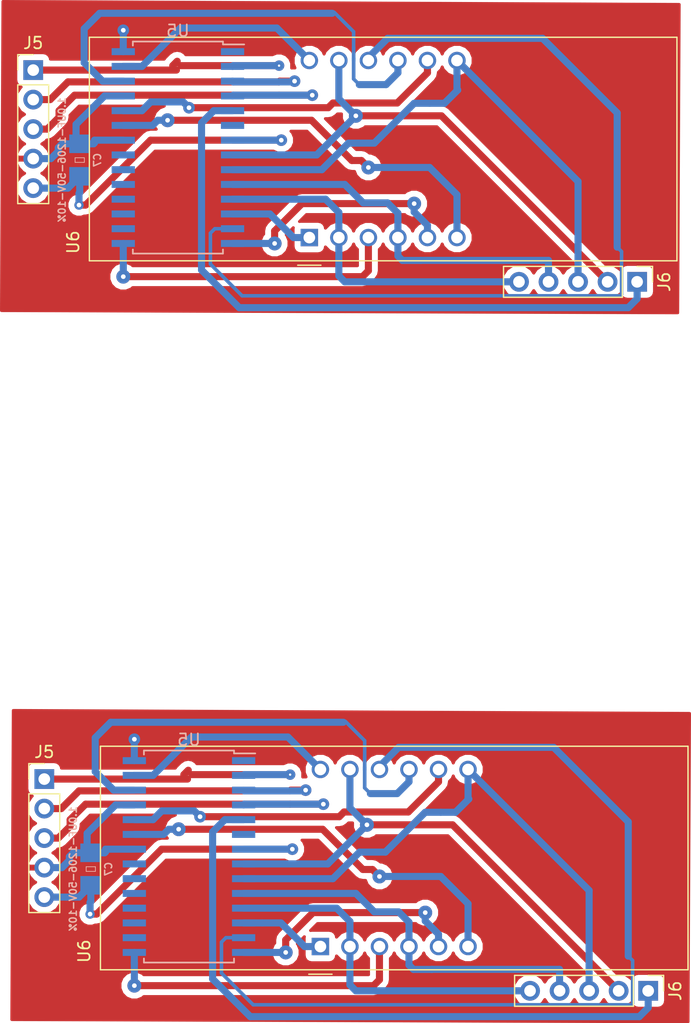
<source format=kicad_pcb>
(kicad_pcb (version 4) (host pcbnew 4.0.7-e2-6376~58~ubuntu16.04.1)

  (general
    (links 95)
    (no_connects 7)
    (area 21.596999 20.196199 80.298501 107.632501)
    (thickness 1.6)
    (drawings 0)
    (tracks 340)
    (zones 0)
    (modules 10)
    (nets 26)
  )

  (page A4)
  (layers
    (0 F.Cu signal)
    (31 B.Cu signal)
    (32 B.Adhes user)
    (33 F.Adhes user)
    (34 B.Paste user)
    (35 F.Paste user)
    (36 B.SilkS user)
    (37 F.SilkS user)
    (38 B.Mask user)
    (39 F.Mask user)
    (40 Dwgs.User user)
    (41 Cmts.User user)
    (42 Eco1.User user)
    (43 Eco2.User user)
    (44 Edge.Cuts user)
    (45 Margin user)
    (46 B.CrtYd user)
    (47 F.CrtYd user)
    (48 B.Fab user)
    (49 F.Fab user)
  )

  (setup
    (last_trace_width 0.25)
    (user_trace_width 0.1524)
    (user_trace_width 0.2032)
    (user_trace_width 0.254)
    (user_trace_width 0.3048)
    (user_trace_width 0.6096)
    (user_trace_width 0.8128)
    (user_trace_width 1.016)
    (user_trace_width 2.032)
    (trace_clearance 0.2)
    (zone_clearance 0.508)
    (zone_45_only no)
    (trace_min 0.1524)
    (segment_width 0.2)
    (edge_width 0.15)
    (via_size 0.9)
    (via_drill 0.2)
    (via_min_size 0.4)
    (via_min_drill 0.2)
    (user_via 0.6 0.4)
    (user_via 0.8 0.4)
    (user_via 1 0.4)
    (user_via 1.2 0.4)
    (uvia_size 0.3)
    (uvia_drill 0.1)
    (uvias_allowed no)
    (uvia_min_size 0)
    (uvia_min_drill 0)
    (pcb_text_width 0.3)
    (pcb_text_size 1.5 1.5)
    (mod_edge_width 0.15)
    (mod_text_size 1 1)
    (mod_text_width 0.15)
    (pad_size 3 8)
    (pad_drill 0)
    (pad_to_mask_clearance 0.2)
    (aux_axis_origin 0 0)
    (visible_elements FFFFFF7F)
    (pcbplotparams
      (layerselection 0x00030_80000001)
      (usegerberextensions false)
      (excludeedgelayer true)
      (linewidth 0.100000)
      (plotframeref false)
      (viasonmask false)
      (mode 1)
      (useauxorigin false)
      (hpglpennumber 1)
      (hpglpenspeed 20)
      (hpglpendiameter 15)
      (hpglpenoverlay 2)
      (psnegative false)
      (psa4output false)
      (plotreference true)
      (plotvalue true)
      (plotinvisibletext false)
      (padsonsilk false)
      (subtractmaskfromsilk false)
      (outputformat 1)
      (mirror false)
      (drillshape 1)
      (scaleselection 1)
      (outputdirectory ""))
  )

  (net 0 "")
  (net 1 /tm1628Display/VCC)
  (net 2 /tm1628Display/GND)
  (net 3 /tm1628Display/keys_K1)
  (net 4 ks1)
  (net 5 ks2)
  (net 6 ks3)
  (net 7 ks4)
  (net 8 "Net-(U5-Pad12)")
  (net 9 "Net-(U5-Pad15)")
  (net 10 "Net-(U5-Pad14)")
  (net 11 cc4)
  (net 12 cc3)
  (net 13 cc2)
  (net 14 "Net-(U5-Pad13)")
  (net 15 cc1)
  (net 16 /tm1628Display/DIO)
  (net 17 /tm1628Display/CLK)
  (net 18 "Net-(U5-Pad6)")
  (net 19 "Net-(U5-Pad16)")
  (net 20 "Net-(U5-Pad17)")
  (net 21 "Net-(U5-Pad18)")
  (net 22 "Net-(U5-Pad19)")
  (net 23 "Net-(U5-Pad20)")
  (net 24 "Net-(U5-Pad21)")
  (net 25 /tm1628Display/STB)

  (net_class Default "This is the default net class."
    (clearance 0.2)
    (trace_width 0.25)
    (via_dia 0.9)
    (via_drill 0.2)
    (uvia_dia 0.3)
    (uvia_drill 0.1)
    (add_net +5VD)
    (add_net /tm1628Display/CLK)
    (add_net /tm1628Display/DIO)
    (add_net /tm1628Display/GND)
    (add_net /tm1628Display/STB)
    (add_net /tm1628Display/VCC)
    (add_net /tm1628Display/keys_K1)
    (add_net ADC0)
    (add_net GND)
    (add_net MISO)
    (add_net MOSI)
    (add_net "Net-(BT1-Pad1)")
    (add_net "Net-(C2-Pad1)")
    (add_net "Net-(D1-PadA)")
    (add_net "Net-(J1-Pad1)")
    (add_net "Net-(J1-Pad2)")
    (add_net "Net-(J4-Pad1)")
    (add_net "Net-(J4-Pad2)")
    (add_net "Net-(J4-Pad3)")
    (add_net "Net-(J4-Pad4)")
    (add_net "Net-(J4-Pad5)")
    (add_net "Net-(Q1-Pad1)")
    (add_net "Net-(U1-Pad10)")
    (add_net "Net-(U1-Pad11)")
    (add_net "Net-(U1-Pad19)")
    (add_net "Net-(U1-Pad20)")
    (add_net "Net-(U1-Pad22)")
    (add_net "Net-(U1-Pad24)")
    (add_net "Net-(U1-Pad25)")
    (add_net "Net-(U1-Pad26)")
    (add_net "Net-(U1-Pad30)")
    (add_net "Net-(U1-Pad31)")
    (add_net "Net-(U1-Pad32)")
    (add_net "Net-(U1-Pad7)")
    (add_net "Net-(U1-Pad8)")
    (add_net "Net-(U3-Pad1)")
    (add_net "Net-(U3-Pad2)")
    (add_net "Net-(U3-Pad7)")
    (add_net "Net-(U5-Pad12)")
    (add_net "Net-(U5-Pad13)")
    (add_net "Net-(U5-Pad14)")
    (add_net "Net-(U5-Pad15)")
    (add_net "Net-(U5-Pad16)")
    (add_net "Net-(U5-Pad17)")
    (add_net "Net-(U5-Pad18)")
    (add_net "Net-(U5-Pad19)")
    (add_net "Net-(U5-Pad20)")
    (add_net "Net-(U5-Pad21)")
    (add_net "Net-(U5-Pad6)")
    (add_net PB0)
    (add_net PB1)
    (add_net PB2)
    (add_net RESET)
    (add_net SCK)
    (add_net SCL)
    (add_net SDA)
    (add_net cc1)
    (add_net cc2)
    (add_net cc3)
    (add_net cc4)
    (add_net ks1)
    (add_net ks2)
    (add_net ks3)
    (add_net ks4)
    (add_net pd3)
    (add_net pd4)
    (add_net pd5)
  )

  (module Housings_SOIC:SOIC-28W_7.5x17.9mm_Pitch1.27mm (layer B.Cu) (tedit 58CC8F64) (tstamp 5ACA4FE7)
    (at 37.0195 93.2815 180)
    (descr "28-Lead Plastic Small Outline (SO) - Wide, 7.50 mm Body [SOIC] (see Microchip Packaging Specification 00000049BS.pdf)")
    (tags "SOIC 1.27")
    (path /5AA67A59/5AA67A9A)
    (attr smd)
    (fp_text reference U5 (at 0 10.05 180) (layer B.SilkS)
      (effects (font (size 1 1) (thickness 0.15)) (justify mirror))
    )
    (fp_text value TM1628 (at 0 -10.05 180) (layer B.Fab)
      (effects (font (size 1 1) (thickness 0.15)) (justify mirror))
    )
    (fp_text user %R (at 0 0 180) (layer B.Fab)
      (effects (font (size 1 1) (thickness 0.15)) (justify mirror))
    )
    (fp_line (start -2.75 8.95) (end 3.75 8.95) (layer B.Fab) (width 0.15))
    (fp_line (start 3.75 8.95) (end 3.75 -8.95) (layer B.Fab) (width 0.15))
    (fp_line (start 3.75 -8.95) (end -3.75 -8.95) (layer B.Fab) (width 0.15))
    (fp_line (start -3.75 -8.95) (end -3.75 7.95) (layer B.Fab) (width 0.15))
    (fp_line (start -3.75 7.95) (end -2.75 8.95) (layer B.Fab) (width 0.15))
    (fp_line (start -5.95 9.3) (end -5.95 -9.3) (layer B.CrtYd) (width 0.05))
    (fp_line (start 5.95 9.3) (end 5.95 -9.3) (layer B.CrtYd) (width 0.05))
    (fp_line (start -5.95 9.3) (end 5.95 9.3) (layer B.CrtYd) (width 0.05))
    (fp_line (start -5.95 -9.3) (end 5.95 -9.3) (layer B.CrtYd) (width 0.05))
    (fp_line (start -3.875 9.125) (end -3.875 8.875) (layer B.SilkS) (width 0.15))
    (fp_line (start 3.875 9.125) (end 3.875 8.78) (layer B.SilkS) (width 0.15))
    (fp_line (start 3.875 -9.125) (end 3.875 -8.78) (layer B.SilkS) (width 0.15))
    (fp_line (start -3.875 -9.125) (end -3.875 -8.78) (layer B.SilkS) (width 0.15))
    (fp_line (start -3.875 9.125) (end 3.875 9.125) (layer B.SilkS) (width 0.15))
    (fp_line (start -3.875 -9.125) (end 3.875 -9.125) (layer B.SilkS) (width 0.15))
    (fp_line (start -3.875 8.875) (end -5.7 8.875) (layer B.SilkS) (width 0.15))
    (pad 1 smd rect (at -4.7 8.255 180) (size 2 0.6) (layers B.Cu B.Paste B.Mask))
    (pad 2 smd rect (at -4.7 6.985 180) (size 2 0.6) (layers B.Cu B.Paste B.Mask)
      (net 16 /tm1628Display/DIO))
    (pad 3 smd rect (at -4.7 5.715 180) (size 2 0.6) (layers B.Cu B.Paste B.Mask)
      (net 17 /tm1628Display/CLK))
    (pad 4 smd rect (at -4.7 4.445 180) (size 2 0.6) (layers B.Cu B.Paste B.Mask)
      (net 25 /tm1628Display/STB))
    (pad 5 smd rect (at -4.7 3.175 180) (size 2 0.6) (layers B.Cu B.Paste B.Mask)
      (net 3 /tm1628Display/keys_K1))
    (pad 6 smd rect (at -4.7 1.905 180) (size 2 0.6) (layers B.Cu B.Paste B.Mask)
      (net 18 "Net-(U5-Pad6)"))
    (pad 7 smd rect (at -4.7 0.635 180) (size 2 0.6) (layers B.Cu B.Paste B.Mask)
      (net 1 /tm1628Display/VCC))
    (pad 8 smd rect (at -4.7 -0.635 180) (size 2 0.6) (layers B.Cu B.Paste B.Mask)
      (net 4 ks1))
    (pad 9 smd rect (at -4.7 -1.905 180) (size 2 0.6) (layers B.Cu B.Paste B.Mask)
      (net 5 ks2))
    (pad 10 smd rect (at -4.7 -3.175 180) (size 2 0.6) (layers B.Cu B.Paste B.Mask)
      (net 6 ks3))
    (pad 11 smd rect (at -4.7 -4.445 180) (size 2 0.6) (layers B.Cu B.Paste B.Mask)
      (net 7 ks4))
    (pad 12 smd rect (at -4.7 -5.715 180) (size 2 0.6) (layers B.Cu B.Paste B.Mask)
      (net 8 "Net-(U5-Pad12)"))
    (pad 13 smd rect (at -4.7 -6.985 180) (size 2 0.6) (layers B.Cu B.Paste B.Mask)
      (net 14 "Net-(U5-Pad13)"))
    (pad 14 smd rect (at -4.7 -8.255 180) (size 2 0.6) (layers B.Cu B.Paste B.Mask)
      (net 10 "Net-(U5-Pad14)"))
    (pad 15 smd rect (at 4.7 -8.255 180) (size 2 0.6) (layers B.Cu B.Paste B.Mask)
      (net 9 "Net-(U5-Pad15)"))
    (pad 16 smd rect (at 4.7 -6.985 180) (size 2 0.6) (layers B.Cu B.Paste B.Mask)
      (net 19 "Net-(U5-Pad16)"))
    (pad 17 smd rect (at 4.7 -5.715 180) (size 2 0.6) (layers B.Cu B.Paste B.Mask)
      (net 20 "Net-(U5-Pad17)"))
    (pad 18 smd rect (at 4.7 -4.445 180) (size 2 0.6) (layers B.Cu B.Paste B.Mask)
      (net 21 "Net-(U5-Pad18)"))
    (pad 19 smd rect (at 4.7 -3.175 180) (size 2 0.6) (layers B.Cu B.Paste B.Mask)
      (net 22 "Net-(U5-Pad19)"))
    (pad 20 smd rect (at 4.7 -1.905 180) (size 2 0.6) (layers B.Cu B.Paste B.Mask)
      (net 23 "Net-(U5-Pad20)"))
    (pad 21 smd rect (at 4.7 -0.635 180) (size 2 0.6) (layers B.Cu B.Paste B.Mask)
      (net 24 "Net-(U5-Pad21)"))
    (pad 22 smd rect (at 4.7 0.635 180) (size 2 0.6) (layers B.Cu B.Paste B.Mask)
      (net 2 /tm1628Display/GND))
    (pad 23 smd rect (at 4.7 1.905 180) (size 2 0.6) (layers B.Cu B.Paste B.Mask)
      (net 11 cc4))
    (pad 24 smd rect (at 4.7 3.175 180) (size 2 0.6) (layers B.Cu B.Paste B.Mask)
      (net 12 cc3))
    (pad 25 smd rect (at 4.7 4.445 180) (size 2 0.6) (layers B.Cu B.Paste B.Mask)
      (net 2 /tm1628Display/GND))
    (pad 26 smd rect (at 4.7 5.715 180) (size 2 0.6) (layers B.Cu B.Paste B.Mask)
      (net 13 cc2))
    (pad 27 smd rect (at 4.7 6.985 180) (size 2 0.6) (layers B.Cu B.Paste B.Mask)
      (net 15 cc1))
    (pad 28 smd rect (at 4.7 8.255 180) (size 2 0.6) (layers B.Cu B.Paste B.Mask)
      (net 2 /tm1628Display/GND))
    (model ${KISYS3DMOD}/Housings_SOIC.3dshapes/SOIC-28W_7.5x17.9mm_Pitch1.27mm.wrl
      (at (xyz 0 0 0))
      (scale (xyz 1 1 1))
      (rotate (xyz 0 0 0))
    )
  )

  (module 1206 (layer B.Cu) (tedit 200000) (tstamp 5ACA4FD0)
    (at 28.575 94.35846 90)
    (descr "GENERIC 3216 (1206) PACKAGE")
    (tags "GENERIC 3216 (1206) PACKAGE")
    (path /5AA67A59/5AA67EA4)
    (attr smd)
    (fp_text reference C7 (at 0 1.524 90) (layer B.SilkS)
      (effects (font (size 0.6096 0.6096) (thickness 0.127)) (justify mirror))
    )
    (fp_text value 1.0UF-1206-50V-10% (at 0 -1.524 90) (layer B.SilkS)
      (effects (font (size 0.6096 0.6096) (thickness 0.127)) (justify mirror))
    )
    (fp_line (start -1.7018 -0.8509) (end -0.94996 -0.8509) (layer Dwgs.User) (width 0.06604))
    (fp_line (start -0.94996 -0.8509) (end -0.94996 0.84836) (layer Dwgs.User) (width 0.06604))
    (fp_line (start -1.7018 0.84836) (end -0.94996 0.84836) (layer Dwgs.User) (width 0.06604))
    (fp_line (start -1.7018 -0.8509) (end -1.7018 0.84836) (layer Dwgs.User) (width 0.06604))
    (fp_line (start 0.94996 -0.84836) (end 1.7018 -0.84836) (layer Dwgs.User) (width 0.06604))
    (fp_line (start 1.7018 -0.84836) (end 1.7018 0.8509) (layer Dwgs.User) (width 0.06604))
    (fp_line (start 0.94996 0.8509) (end 1.7018 0.8509) (layer Dwgs.User) (width 0.06604))
    (fp_line (start 0.94996 -0.84836) (end 0.94996 0.8509) (layer Dwgs.User) (width 0.06604))
    (fp_line (start -0.19812 -0.39878) (end 0.19812 -0.39878) (layer B.SilkS) (width 0.06604))
    (fp_line (start 0.19812 -0.39878) (end 0.19812 0.39878) (layer B.SilkS) (width 0.06604))
    (fp_line (start -0.19812 0.39878) (end 0.19812 0.39878) (layer B.SilkS) (width 0.06604))
    (fp_line (start -0.19812 -0.39878) (end -0.19812 0.39878) (layer B.SilkS) (width 0.06604))
    (fp_line (start -2.39776 1.09982) (end 2.39776 1.09982) (layer B.CrtYd) (width 0.0508))
    (fp_line (start 2.39776 -1.09982) (end -2.39776 -1.09982) (layer B.CrtYd) (width 0.0508))
    (fp_line (start -2.39776 -1.09982) (end -2.39776 1.09982) (layer B.CrtYd) (width 0.0508))
    (fp_line (start 2.39776 1.09982) (end 2.39776 -1.09982) (layer B.CrtYd) (width 0.0508))
    (fp_line (start -0.96266 0.78486) (end 0.96266 0.78486) (layer Dwgs.User) (width 0.1016))
    (fp_line (start -0.96266 -0.78486) (end 0.96266 -0.78486) (layer Dwgs.User) (width 0.1016))
    (pad 1 smd rect (at -1.39954 0 90) (size 1.59766 1.79832) (layers B.Cu B.Paste B.Mask)
      (net 1 /tm1628Display/VCC) (solder_mask_margin 0.1016))
    (pad 2 smd rect (at 1.39954 0 90) (size 1.59766 1.79832) (layers B.Cu B.Paste B.Mask)
      (net 2 /tm1628Display/GND) (solder_mask_margin 0.1016))
  )

  (module Pin_Headers:Pin_Header_Straight_1x05_Pitch2.54mm (layer F.Cu) (tedit 5ACA4B05) (tstamp 5ACA4FB8)
    (at 24.5745 86.614)
    (descr "Through hole straight pin header, 1x05, 2.54mm pitch, single row")
    (tags "Through hole pin header THT 1x05 2.54mm single row")
    (path /5AC938F6)
    (fp_text reference J5 (at 0 -2.33) (layer F.SilkS)
      (effects (font (size 1 1) (thickness 0.15)))
    )
    (fp_text value "" (at 0 12.49) (layer F.Fab)
      (effects (font (size 1 1) (thickness 0.15)))
    )
    (fp_line (start -0.635 -1.27) (end 1.27 -1.27) (layer F.Fab) (width 0.1))
    (fp_line (start 1.27 -1.27) (end 1.27 11.43) (layer F.Fab) (width 0.1))
    (fp_line (start 1.27 11.43) (end -1.27 11.43) (layer F.Fab) (width 0.1))
    (fp_line (start -1.27 11.43) (end -1.27 -0.635) (layer F.Fab) (width 0.1))
    (fp_line (start -1.27 -0.635) (end -0.635 -1.27) (layer F.Fab) (width 0.1))
    (fp_line (start -1.33 11.49) (end 1.33 11.49) (layer F.SilkS) (width 0.12))
    (fp_line (start -1.33 1.27) (end -1.33 11.49) (layer F.SilkS) (width 0.12))
    (fp_line (start 1.33 1.27) (end 1.33 11.49) (layer F.SilkS) (width 0.12))
    (fp_line (start -1.33 1.27) (end 1.33 1.27) (layer F.SilkS) (width 0.12))
    (fp_line (start -1.33 0) (end -1.33 -1.33) (layer F.SilkS) (width 0.12))
    (fp_line (start -1.33 -1.33) (end 0 -1.33) (layer F.SilkS) (width 0.12))
    (fp_line (start -1.8 -1.8) (end -1.8 11.95) (layer F.CrtYd) (width 0.05))
    (fp_line (start -1.8 11.95) (end 1.8 11.95) (layer F.CrtYd) (width 0.05))
    (fp_line (start 1.8 11.95) (end 1.8 -1.8) (layer F.CrtYd) (width 0.05))
    (fp_line (start 1.8 -1.8) (end -1.8 -1.8) (layer F.CrtYd) (width 0.05))
    (fp_text user %R (at 0 5.08 90) (layer F.Fab)
      (effects (font (size 1 1) (thickness 0.15)))
    )
    (pad 1 thru_hole rect (at 0 0) (size 1.7 1.7) (drill 1) (layers *.Cu *.Mask)
      (net 16 /tm1628Display/DIO))
    (pad 2 thru_hole oval (at 0 2.54) (size 1.7 1.7) (drill 1) (layers *.Cu *.Mask)
      (net 17 /tm1628Display/CLK))
    (pad 3 thru_hole oval (at 0 5.08) (size 1.7 1.7) (drill 1) (layers *.Cu *.Mask)
      (net 25 /tm1628Display/STB))
    (pad 4 thru_hole oval (at 0 7.62) (size 1.7 1.7) (drill 1) (layers *.Cu *.Mask)
      (net 2 /tm1628Display/GND))
    (pad 5 thru_hole oval (at 0 10.16) (size 1.7 1.7) (drill 1) (layers *.Cu *.Mask)
      (net 1 /tm1628Display/VCC))
    (model ${KISYS3DMOD}/Pin_Headers.3dshapes/Pin_Header_Straight_1x05_Pitch2.54mm.wrl
      (at (xyz 0 0 0))
      (scale (xyz 1 1 1))
      (rotate (xyz 0 0 0))
    )
  )

  (module Displays_7-Segment:CA56-12EWA (layer F.Cu) (tedit 5977622A) (tstamp 5ACA4F98)
    (at 48.3235 101.0285 90)
    (descr "4 digit 7 segment green LED, http://www.kingbrightusa.com/images/catalog/SPEC/CA56-12EWA.pdf")
    (tags "4 digit 7 segment green LED")
    (path /5AA67A59/5AA67B60)
    (fp_text reference U6 (at -0.4 -20.31 90) (layer F.SilkS)
      (effects (font (size 1 1) (thickness 0.15)))
    )
    (fp_text value CC56-12EWA (at 8.509 29.337 90) (layer F.Fab)
      (effects (font (size 1 1) (thickness 0.15)))
    )
    (fp_line (start -2 -18.92) (end 17.24 -18.92) (layer F.SilkS) (width 0.12))
    (fp_line (start -2 -18.92) (end -2 31.62) (layer F.SilkS) (width 0.12))
    (fp_line (start -2 31.62) (end 17.24 31.62) (layer F.SilkS) (width 0.12))
    (fp_line (start 17.24 31.62) (end 17.24 -18.92) (layer F.SilkS) (width 0.12))
    (fp_line (start -1.88 1) (end -0.88 0) (layer F.Fab) (width 0.1))
    (fp_line (start -0.88 0) (end -1.88 -1) (layer F.Fab) (width 0.1))
    (fp_line (start -1.88 -1) (end -1.88 -18.8) (layer F.Fab) (width 0.1))
    (fp_line (start -2.13 -19.05) (end 17.37 -19.05) (layer F.CrtYd) (width 0.05))
    (fp_line (start 17.37 -19.05) (end 17.37 31.75) (layer F.CrtYd) (width 0.05))
    (fp_line (start 17.37 31.75) (end -2.13 31.75) (layer F.CrtYd) (width 0.05))
    (fp_line (start -2.13 31.75) (end -2.13 -19.05) (layer F.CrtYd) (width 0.05))
    (fp_line (start -2.38 -1) (end -2.38 1) (layer F.SilkS) (width 0.12))
    (fp_line (start -1.88 -18.8) (end 17.12 -18.8) (layer F.Fab) (width 0.1))
    (fp_line (start 17.12 -18.8) (end 17.12 31.5) (layer F.Fab) (width 0.1))
    (fp_line (start -1.88 31.5) (end 17.12 31.5) (layer F.Fab) (width 0.1))
    (fp_line (start -1.88 1) (end -1.88 31.5) (layer F.Fab) (width 0.1))
    (fp_text user %R (at 8.128 6.604 90) (layer F.Fab)
      (effects (font (size 1 1) (thickness 0.15)))
    )
    (pad 1 thru_hole rect (at 0 0 90) (size 1.5 1.5) (drill 1) (layers *.Cu *.Mask)
      (net 8 "Net-(U5-Pad12)"))
    (pad 2 thru_hole circle (at 0 2.54 90) (size 1.5 1.5) (drill 1) (layers *.Cu *.Mask)
      (net 7 ks4))
    (pad 3 thru_hole circle (at 0 5.08 90) (size 1.5 1.5) (drill 1) (layers *.Cu *.Mask)
      (net 9 "Net-(U5-Pad15)"))
    (pad 4 thru_hole circle (at 0 7.62 90) (size 1.5 1.5) (drill 1) (layers *.Cu *.Mask)
      (net 6 ks3))
    (pad 5 thru_hole circle (at 0 10.16 90) (size 1.5 1.5) (drill 1) (layers *.Cu *.Mask)
      (net 10 "Net-(U5-Pad14)"))
    (pad 6 thru_hole circle (at 0 12.7 90) (size 1.5 1.5) (drill 1) (layers *.Cu *.Mask)
      (net 11 cc4))
    (pad 7 thru_hole circle (at 15.24 12.7 90) (size 1.5 1.5) (drill 1) (layers *.Cu *.Mask)
      (net 5 ks2))
    (pad 8 thru_hole circle (at 15.24 10.16 90) (size 1.5 1.5) (drill 1) (layers *.Cu *.Mask)
      (net 12 cc3))
    (pad 9 thru_hole circle (at 15.24 7.62 90) (size 1.5 1.5) (drill 1) (layers *.Cu *.Mask)
      (net 13 cc2))
    (pad 10 thru_hole circle (at 15.24 5.08 90) (size 1.5 1.5) (drill 1) (layers *.Cu *.Mask)
      (net 14 "Net-(U5-Pad13)"))
    (pad 11 thru_hole circle (at 15.24 2.54 90) (size 1.5 1.5) (drill 1) (layers *.Cu *.Mask)
      (net 4 ks1))
    (pad 12 thru_hole circle (at 15.24 0 90) (size 1.5 1.5) (drill 1) (layers *.Cu *.Mask)
      (net 15 cc1))
    (model ${KISYS3DMOD}/Displays_7-Segment.3dshapes/CA56-12EWA.wrl
      (at (xyz 0 0 0))
      (scale (xyz 1 1 1))
      (rotate (xyz 0 0 0))
    )
  )

  (module Pin_Headers:Pin_Header_Straight_1x05_Pitch2.54mm (layer F.Cu) (tedit 59650532) (tstamp 5ACA4F80)
    (at 76.5175 104.8385 270)
    (descr "Through hole straight pin header, 1x05, 2.54mm pitch, single row")
    (tags "Through hole pin header THT 1x05 2.54mm single row")
    (path /5AA6E74C)
    (fp_text reference J6 (at 0 -2.33 270) (layer F.SilkS)
      (effects (font (size 1 1) (thickness 0.15)))
    )
    (fp_text value keys (at 0 12.49 270) (layer F.Fab)
      (effects (font (size 1 1) (thickness 0.15)))
    )
    (fp_line (start -0.635 -1.27) (end 1.27 -1.27) (layer F.Fab) (width 0.1))
    (fp_line (start 1.27 -1.27) (end 1.27 11.43) (layer F.Fab) (width 0.1))
    (fp_line (start 1.27 11.43) (end -1.27 11.43) (layer F.Fab) (width 0.1))
    (fp_line (start -1.27 11.43) (end -1.27 -0.635) (layer F.Fab) (width 0.1))
    (fp_line (start -1.27 -0.635) (end -0.635 -1.27) (layer F.Fab) (width 0.1))
    (fp_line (start -1.33 11.49) (end 1.33 11.49) (layer F.SilkS) (width 0.12))
    (fp_line (start -1.33 1.27) (end -1.33 11.49) (layer F.SilkS) (width 0.12))
    (fp_line (start 1.33 1.27) (end 1.33 11.49) (layer F.SilkS) (width 0.12))
    (fp_line (start -1.33 1.27) (end 1.33 1.27) (layer F.SilkS) (width 0.12))
    (fp_line (start -1.33 0) (end -1.33 -1.33) (layer F.SilkS) (width 0.12))
    (fp_line (start -1.33 -1.33) (end 0 -1.33) (layer F.SilkS) (width 0.12))
    (fp_line (start -1.8 -1.8) (end -1.8 11.95) (layer F.CrtYd) (width 0.05))
    (fp_line (start -1.8 11.95) (end 1.8 11.95) (layer F.CrtYd) (width 0.05))
    (fp_line (start 1.8 11.95) (end 1.8 -1.8) (layer F.CrtYd) (width 0.05))
    (fp_line (start 1.8 -1.8) (end -1.8 -1.8) (layer F.CrtYd) (width 0.05))
    (fp_text user %R (at 0 5.08 360) (layer F.Fab)
      (effects (font (size 1 1) (thickness 0.15)))
    )
    (pad 1 thru_hole rect (at 0 0 270) (size 1.7 1.7) (drill 1) (layers *.Cu *.Mask)
      (net 3 /tm1628Display/keys_K1))
    (pad 2 thru_hole oval (at 0 2.54 270) (size 1.7 1.7) (drill 1) (layers *.Cu *.Mask)
      (net 4 ks1))
    (pad 3 thru_hole oval (at 0 5.08 270) (size 1.7 1.7) (drill 1) (layers *.Cu *.Mask)
      (net 5 ks2))
    (pad 4 thru_hole oval (at 0 7.62 270) (size 1.7 1.7) (drill 1) (layers *.Cu *.Mask)
      (net 6 ks3))
    (pad 5 thru_hole oval (at 0 10.16 270) (size 1.7 1.7) (drill 1) (layers *.Cu *.Mask)
      (net 7 ks4))
    (model ${KISYS3DMOD}/Pin_Headers.3dshapes/Pin_Header_Straight_1x05_Pitch2.54mm.wrl
      (at (xyz 0 0 0))
      (scale (xyz 1 1 1))
      (rotate (xyz 0 0 0))
    )
  )

  (module 1206 (layer B.Cu) (tedit 200000) (tstamp 5AA67FA6)
    (at 27.6225 33.33496 90)
    (descr "GENERIC 3216 (1206) PACKAGE")
    (tags "GENERIC 3216 (1206) PACKAGE")
    (path /5AA67A59/5AA67EA4)
    (attr smd)
    (fp_text reference C7 (at 0 1.524 90) (layer B.SilkS)
      (effects (font (size 0.6096 0.6096) (thickness 0.127)) (justify mirror))
    )
    (fp_text value 1.0UF-1206-50V-10% (at 0 -1.524 90) (layer B.SilkS)
      (effects (font (size 0.6096 0.6096) (thickness 0.127)) (justify mirror))
    )
    (fp_line (start -1.7018 -0.8509) (end -0.94996 -0.8509) (layer Dwgs.User) (width 0.06604))
    (fp_line (start -0.94996 -0.8509) (end -0.94996 0.84836) (layer Dwgs.User) (width 0.06604))
    (fp_line (start -1.7018 0.84836) (end -0.94996 0.84836) (layer Dwgs.User) (width 0.06604))
    (fp_line (start -1.7018 -0.8509) (end -1.7018 0.84836) (layer Dwgs.User) (width 0.06604))
    (fp_line (start 0.94996 -0.84836) (end 1.7018 -0.84836) (layer Dwgs.User) (width 0.06604))
    (fp_line (start 1.7018 -0.84836) (end 1.7018 0.8509) (layer Dwgs.User) (width 0.06604))
    (fp_line (start 0.94996 0.8509) (end 1.7018 0.8509) (layer Dwgs.User) (width 0.06604))
    (fp_line (start 0.94996 -0.84836) (end 0.94996 0.8509) (layer Dwgs.User) (width 0.06604))
    (fp_line (start -0.19812 -0.39878) (end 0.19812 -0.39878) (layer B.SilkS) (width 0.06604))
    (fp_line (start 0.19812 -0.39878) (end 0.19812 0.39878) (layer B.SilkS) (width 0.06604))
    (fp_line (start -0.19812 0.39878) (end 0.19812 0.39878) (layer B.SilkS) (width 0.06604))
    (fp_line (start -0.19812 -0.39878) (end -0.19812 0.39878) (layer B.SilkS) (width 0.06604))
    (fp_line (start -2.39776 1.09982) (end 2.39776 1.09982) (layer B.CrtYd) (width 0.0508))
    (fp_line (start 2.39776 -1.09982) (end -2.39776 -1.09982) (layer B.CrtYd) (width 0.0508))
    (fp_line (start -2.39776 -1.09982) (end -2.39776 1.09982) (layer B.CrtYd) (width 0.0508))
    (fp_line (start 2.39776 1.09982) (end 2.39776 -1.09982) (layer B.CrtYd) (width 0.0508))
    (fp_line (start -0.96266 0.78486) (end 0.96266 0.78486) (layer Dwgs.User) (width 0.1016))
    (fp_line (start -0.96266 -0.78486) (end 0.96266 -0.78486) (layer Dwgs.User) (width 0.1016))
    (pad 1 smd rect (at -1.39954 0 90) (size 1.59766 1.79832) (layers B.Cu B.Paste B.Mask)
      (net 1 /tm1628Display/VCC) (solder_mask_margin 0.1016))
    (pad 2 smd rect (at 1.39954 0 90) (size 1.59766 1.79832) (layers B.Cu B.Paste B.Mask)
      (net 2 /tm1628Display/GND) (solder_mask_margin 0.1016))
  )

  (module Pin_Headers:Pin_Header_Straight_1x05_Pitch2.54mm (layer F.Cu) (tedit 59650532) (tstamp 5AA67FBF)
    (at 75.565 43.815 270)
    (descr "Through hole straight pin header, 1x05, 2.54mm pitch, single row")
    (tags "Through hole pin header THT 1x05 2.54mm single row")
    (path /5AA6E74C)
    (fp_text reference J6 (at 0 -2.33 270) (layer F.SilkS)
      (effects (font (size 1 1) (thickness 0.15)))
    )
    (fp_text value keys (at 0 12.49 270) (layer F.Fab)
      (effects (font (size 1 1) (thickness 0.15)))
    )
    (fp_line (start -0.635 -1.27) (end 1.27 -1.27) (layer F.Fab) (width 0.1))
    (fp_line (start 1.27 -1.27) (end 1.27 11.43) (layer F.Fab) (width 0.1))
    (fp_line (start 1.27 11.43) (end -1.27 11.43) (layer F.Fab) (width 0.1))
    (fp_line (start -1.27 11.43) (end -1.27 -0.635) (layer F.Fab) (width 0.1))
    (fp_line (start -1.27 -0.635) (end -0.635 -1.27) (layer F.Fab) (width 0.1))
    (fp_line (start -1.33 11.49) (end 1.33 11.49) (layer F.SilkS) (width 0.12))
    (fp_line (start -1.33 1.27) (end -1.33 11.49) (layer F.SilkS) (width 0.12))
    (fp_line (start 1.33 1.27) (end 1.33 11.49) (layer F.SilkS) (width 0.12))
    (fp_line (start -1.33 1.27) (end 1.33 1.27) (layer F.SilkS) (width 0.12))
    (fp_line (start -1.33 0) (end -1.33 -1.33) (layer F.SilkS) (width 0.12))
    (fp_line (start -1.33 -1.33) (end 0 -1.33) (layer F.SilkS) (width 0.12))
    (fp_line (start -1.8 -1.8) (end -1.8 11.95) (layer F.CrtYd) (width 0.05))
    (fp_line (start -1.8 11.95) (end 1.8 11.95) (layer F.CrtYd) (width 0.05))
    (fp_line (start 1.8 11.95) (end 1.8 -1.8) (layer F.CrtYd) (width 0.05))
    (fp_line (start 1.8 -1.8) (end -1.8 -1.8) (layer F.CrtYd) (width 0.05))
    (fp_text user %R (at 0 5.08 360) (layer F.Fab)
      (effects (font (size 1 1) (thickness 0.15)))
    )
    (pad 1 thru_hole rect (at 0 0 270) (size 1.7 1.7) (drill 1) (layers *.Cu *.Mask)
      (net 3 /tm1628Display/keys_K1))
    (pad 2 thru_hole oval (at 0 2.54 270) (size 1.7 1.7) (drill 1) (layers *.Cu *.Mask)
      (net 4 ks1))
    (pad 3 thru_hole oval (at 0 5.08 270) (size 1.7 1.7) (drill 1) (layers *.Cu *.Mask)
      (net 5 ks2))
    (pad 4 thru_hole oval (at 0 7.62 270) (size 1.7 1.7) (drill 1) (layers *.Cu *.Mask)
      (net 6 ks3))
    (pad 5 thru_hole oval (at 0 10.16 270) (size 1.7 1.7) (drill 1) (layers *.Cu *.Mask)
      (net 7 ks4))
    (model ${KISYS3DMOD}/Pin_Headers.3dshapes/Pin_Header_Straight_1x05_Pitch2.54mm.wrl
      (at (xyz 0 0 0))
      (scale (xyz 1 1 1))
      (rotate (xyz 0 0 0))
    )
  )

  (module Displays_7-Segment:CA56-12EWA (layer F.Cu) (tedit 5977622A) (tstamp 5AA67FE0)
    (at 47.371 40.005 90)
    (descr "4 digit 7 segment green LED, http://www.kingbrightusa.com/images/catalog/SPEC/CA56-12EWA.pdf")
    (tags "4 digit 7 segment green LED")
    (path /5AA67A59/5AA67B60)
    (fp_text reference U6 (at -0.4 -20.31 90) (layer F.SilkS)
      (effects (font (size 1 1) (thickness 0.15)))
    )
    (fp_text value CC56-12EWA (at 8.509 29.337 90) (layer F.Fab)
      (effects (font (size 1 1) (thickness 0.15)))
    )
    (fp_line (start -2 -18.92) (end 17.24 -18.92) (layer F.SilkS) (width 0.12))
    (fp_line (start -2 -18.92) (end -2 31.62) (layer F.SilkS) (width 0.12))
    (fp_line (start -2 31.62) (end 17.24 31.62) (layer F.SilkS) (width 0.12))
    (fp_line (start 17.24 31.62) (end 17.24 -18.92) (layer F.SilkS) (width 0.12))
    (fp_line (start -1.88 1) (end -0.88 0) (layer F.Fab) (width 0.1))
    (fp_line (start -0.88 0) (end -1.88 -1) (layer F.Fab) (width 0.1))
    (fp_line (start -1.88 -1) (end -1.88 -18.8) (layer F.Fab) (width 0.1))
    (fp_line (start -2.13 -19.05) (end 17.37 -19.05) (layer F.CrtYd) (width 0.05))
    (fp_line (start 17.37 -19.05) (end 17.37 31.75) (layer F.CrtYd) (width 0.05))
    (fp_line (start 17.37 31.75) (end -2.13 31.75) (layer F.CrtYd) (width 0.05))
    (fp_line (start -2.13 31.75) (end -2.13 -19.05) (layer F.CrtYd) (width 0.05))
    (fp_line (start -2.38 -1) (end -2.38 1) (layer F.SilkS) (width 0.12))
    (fp_line (start -1.88 -18.8) (end 17.12 -18.8) (layer F.Fab) (width 0.1))
    (fp_line (start 17.12 -18.8) (end 17.12 31.5) (layer F.Fab) (width 0.1))
    (fp_line (start -1.88 31.5) (end 17.12 31.5) (layer F.Fab) (width 0.1))
    (fp_line (start -1.88 1) (end -1.88 31.5) (layer F.Fab) (width 0.1))
    (fp_text user %R (at 8.128 6.604 90) (layer F.Fab)
      (effects (font (size 1 1) (thickness 0.15)))
    )
    (pad 1 thru_hole rect (at 0 0 90) (size 1.5 1.5) (drill 1) (layers *.Cu *.Mask)
      (net 8 "Net-(U5-Pad12)"))
    (pad 2 thru_hole circle (at 0 2.54 90) (size 1.5 1.5) (drill 1) (layers *.Cu *.Mask)
      (net 7 ks4))
    (pad 3 thru_hole circle (at 0 5.08 90) (size 1.5 1.5) (drill 1) (layers *.Cu *.Mask)
      (net 9 "Net-(U5-Pad15)"))
    (pad 4 thru_hole circle (at 0 7.62 90) (size 1.5 1.5) (drill 1) (layers *.Cu *.Mask)
      (net 6 ks3))
    (pad 5 thru_hole circle (at 0 10.16 90) (size 1.5 1.5) (drill 1) (layers *.Cu *.Mask)
      (net 10 "Net-(U5-Pad14)"))
    (pad 6 thru_hole circle (at 0 12.7 90) (size 1.5 1.5) (drill 1) (layers *.Cu *.Mask)
      (net 11 cc4))
    (pad 7 thru_hole circle (at 15.24 12.7 90) (size 1.5 1.5) (drill 1) (layers *.Cu *.Mask)
      (net 5 ks2))
    (pad 8 thru_hole circle (at 15.24 10.16 90) (size 1.5 1.5) (drill 1) (layers *.Cu *.Mask)
      (net 12 cc3))
    (pad 9 thru_hole circle (at 15.24 7.62 90) (size 1.5 1.5) (drill 1) (layers *.Cu *.Mask)
      (net 13 cc2))
    (pad 10 thru_hole circle (at 15.24 5.08 90) (size 1.5 1.5) (drill 1) (layers *.Cu *.Mask)
      (net 14 "Net-(U5-Pad13)"))
    (pad 11 thru_hole circle (at 15.24 2.54 90) (size 1.5 1.5) (drill 1) (layers *.Cu *.Mask)
      (net 4 ks1))
    (pad 12 thru_hole circle (at 15.24 0 90) (size 1.5 1.5) (drill 1) (layers *.Cu *.Mask)
      (net 15 cc1))
    (model ${KISYS3DMOD}/Displays_7-Segment.3dshapes/CA56-12EWA.wrl
      (at (xyz 0 0 0))
      (scale (xyz 1 1 1))
      (rotate (xyz 0 0 0))
    )
  )

  (module Housings_SOIC:SOIC-28W_7.5x17.9mm_Pitch1.27mm (layer B.Cu) (tedit 58CC8F64) (tstamp 5AA6BC4D)
    (at 36.067 32.258 180)
    (descr "28-Lead Plastic Small Outline (SO) - Wide, 7.50 mm Body [SOIC] (see Microchip Packaging Specification 00000049BS.pdf)")
    (tags "SOIC 1.27")
    (path /5AA67A59/5AA67A9A)
    (attr smd)
    (fp_text reference U5 (at 0 10.05 180) (layer B.SilkS)
      (effects (font (size 1 1) (thickness 0.15)) (justify mirror))
    )
    (fp_text value TM1628 (at 0 -10.05 180) (layer B.Fab)
      (effects (font (size 1 1) (thickness 0.15)) (justify mirror))
    )
    (fp_text user %R (at 0 0 180) (layer B.Fab)
      (effects (font (size 1 1) (thickness 0.15)) (justify mirror))
    )
    (fp_line (start -2.75 8.95) (end 3.75 8.95) (layer B.Fab) (width 0.15))
    (fp_line (start 3.75 8.95) (end 3.75 -8.95) (layer B.Fab) (width 0.15))
    (fp_line (start 3.75 -8.95) (end -3.75 -8.95) (layer B.Fab) (width 0.15))
    (fp_line (start -3.75 -8.95) (end -3.75 7.95) (layer B.Fab) (width 0.15))
    (fp_line (start -3.75 7.95) (end -2.75 8.95) (layer B.Fab) (width 0.15))
    (fp_line (start -5.95 9.3) (end -5.95 -9.3) (layer B.CrtYd) (width 0.05))
    (fp_line (start 5.95 9.3) (end 5.95 -9.3) (layer B.CrtYd) (width 0.05))
    (fp_line (start -5.95 9.3) (end 5.95 9.3) (layer B.CrtYd) (width 0.05))
    (fp_line (start -5.95 -9.3) (end 5.95 -9.3) (layer B.CrtYd) (width 0.05))
    (fp_line (start -3.875 9.125) (end -3.875 8.875) (layer B.SilkS) (width 0.15))
    (fp_line (start 3.875 9.125) (end 3.875 8.78) (layer B.SilkS) (width 0.15))
    (fp_line (start 3.875 -9.125) (end 3.875 -8.78) (layer B.SilkS) (width 0.15))
    (fp_line (start -3.875 -9.125) (end -3.875 -8.78) (layer B.SilkS) (width 0.15))
    (fp_line (start -3.875 9.125) (end 3.875 9.125) (layer B.SilkS) (width 0.15))
    (fp_line (start -3.875 -9.125) (end 3.875 -9.125) (layer B.SilkS) (width 0.15))
    (fp_line (start -3.875 8.875) (end -5.7 8.875) (layer B.SilkS) (width 0.15))
    (pad 1 smd rect (at -4.7 8.255 180) (size 2 0.6) (layers B.Cu B.Paste B.Mask))
    (pad 2 smd rect (at -4.7 6.985 180) (size 2 0.6) (layers B.Cu B.Paste B.Mask)
      (net 16 /tm1628Display/DIO))
    (pad 3 smd rect (at -4.7 5.715 180) (size 2 0.6) (layers B.Cu B.Paste B.Mask)
      (net 17 /tm1628Display/CLK))
    (pad 4 smd rect (at -4.7 4.445 180) (size 2 0.6) (layers B.Cu B.Paste B.Mask)
      (net 25 /tm1628Display/STB))
    (pad 5 smd rect (at -4.7 3.175 180) (size 2 0.6) (layers B.Cu B.Paste B.Mask)
      (net 3 /tm1628Display/keys_K1))
    (pad 6 smd rect (at -4.7 1.905 180) (size 2 0.6) (layers B.Cu B.Paste B.Mask)
      (net 18 "Net-(U5-Pad6)"))
    (pad 7 smd rect (at -4.7 0.635 180) (size 2 0.6) (layers B.Cu B.Paste B.Mask)
      (net 1 /tm1628Display/VCC))
    (pad 8 smd rect (at -4.7 -0.635 180) (size 2 0.6) (layers B.Cu B.Paste B.Mask)
      (net 4 ks1))
    (pad 9 smd rect (at -4.7 -1.905 180) (size 2 0.6) (layers B.Cu B.Paste B.Mask)
      (net 5 ks2))
    (pad 10 smd rect (at -4.7 -3.175 180) (size 2 0.6) (layers B.Cu B.Paste B.Mask)
      (net 6 ks3))
    (pad 11 smd rect (at -4.7 -4.445 180) (size 2 0.6) (layers B.Cu B.Paste B.Mask)
      (net 7 ks4))
    (pad 12 smd rect (at -4.7 -5.715 180) (size 2 0.6) (layers B.Cu B.Paste B.Mask)
      (net 8 "Net-(U5-Pad12)"))
    (pad 13 smd rect (at -4.7 -6.985 180) (size 2 0.6) (layers B.Cu B.Paste B.Mask)
      (net 14 "Net-(U5-Pad13)"))
    (pad 14 smd rect (at -4.7 -8.255 180) (size 2 0.6) (layers B.Cu B.Paste B.Mask)
      (net 10 "Net-(U5-Pad14)"))
    (pad 15 smd rect (at 4.7 -8.255 180) (size 2 0.6) (layers B.Cu B.Paste B.Mask)
      (net 9 "Net-(U5-Pad15)"))
    (pad 16 smd rect (at 4.7 -6.985 180) (size 2 0.6) (layers B.Cu B.Paste B.Mask)
      (net 19 "Net-(U5-Pad16)"))
    (pad 17 smd rect (at 4.7 -5.715 180) (size 2 0.6) (layers B.Cu B.Paste B.Mask)
      (net 20 "Net-(U5-Pad17)"))
    (pad 18 smd rect (at 4.7 -4.445 180) (size 2 0.6) (layers B.Cu B.Paste B.Mask)
      (net 21 "Net-(U5-Pad18)"))
    (pad 19 smd rect (at 4.7 -3.175 180) (size 2 0.6) (layers B.Cu B.Paste B.Mask)
      (net 22 "Net-(U5-Pad19)"))
    (pad 20 smd rect (at 4.7 -1.905 180) (size 2 0.6) (layers B.Cu B.Paste B.Mask)
      (net 23 "Net-(U5-Pad20)"))
    (pad 21 smd rect (at 4.7 -0.635 180) (size 2 0.6) (layers B.Cu B.Paste B.Mask)
      (net 24 "Net-(U5-Pad21)"))
    (pad 22 smd rect (at 4.7 0.635 180) (size 2 0.6) (layers B.Cu B.Paste B.Mask)
      (net 2 /tm1628Display/GND))
    (pad 23 smd rect (at 4.7 1.905 180) (size 2 0.6) (layers B.Cu B.Paste B.Mask)
      (net 11 cc4))
    (pad 24 smd rect (at 4.7 3.175 180) (size 2 0.6) (layers B.Cu B.Paste B.Mask)
      (net 12 cc3))
    (pad 25 smd rect (at 4.7 4.445 180) (size 2 0.6) (layers B.Cu B.Paste B.Mask)
      (net 2 /tm1628Display/GND))
    (pad 26 smd rect (at 4.7 5.715 180) (size 2 0.6) (layers B.Cu B.Paste B.Mask)
      (net 13 cc2))
    (pad 27 smd rect (at 4.7 6.985 180) (size 2 0.6) (layers B.Cu B.Paste B.Mask)
      (net 15 cc1))
    (pad 28 smd rect (at 4.7 8.255 180) (size 2 0.6) (layers B.Cu B.Paste B.Mask)
      (net 2 /tm1628Display/GND))
    (model ${KISYS3DMOD}/Housings_SOIC.3dshapes/SOIC-28W_7.5x17.9mm_Pitch1.27mm.wrl
      (at (xyz 0 0 0))
      (scale (xyz 1 1 1))
      (rotate (xyz 0 0 0))
    )
  )

  (module Pin_Headers:Pin_Header_Straight_1x05_Pitch2.54mm (layer F.Cu) (tedit 5ACA4B05) (tstamp 5ACED820)
    (at 23.622 25.5905)
    (descr "Through hole straight pin header, 1x05, 2.54mm pitch, single row")
    (tags "Through hole pin header THT 1x05 2.54mm single row")
    (path /5AC938F6)
    (fp_text reference J5 (at 0 -2.33) (layer F.SilkS)
      (effects (font (size 1 1) (thickness 0.15)))
    )
    (fp_text value "" (at 0 12.49) (layer F.Fab)
      (effects (font (size 1 1) (thickness 0.15)))
    )
    (fp_line (start -0.635 -1.27) (end 1.27 -1.27) (layer F.Fab) (width 0.1))
    (fp_line (start 1.27 -1.27) (end 1.27 11.43) (layer F.Fab) (width 0.1))
    (fp_line (start 1.27 11.43) (end -1.27 11.43) (layer F.Fab) (width 0.1))
    (fp_line (start -1.27 11.43) (end -1.27 -0.635) (layer F.Fab) (width 0.1))
    (fp_line (start -1.27 -0.635) (end -0.635 -1.27) (layer F.Fab) (width 0.1))
    (fp_line (start -1.33 11.49) (end 1.33 11.49) (layer F.SilkS) (width 0.12))
    (fp_line (start -1.33 1.27) (end -1.33 11.49) (layer F.SilkS) (width 0.12))
    (fp_line (start 1.33 1.27) (end 1.33 11.49) (layer F.SilkS) (width 0.12))
    (fp_line (start -1.33 1.27) (end 1.33 1.27) (layer F.SilkS) (width 0.12))
    (fp_line (start -1.33 0) (end -1.33 -1.33) (layer F.SilkS) (width 0.12))
    (fp_line (start -1.33 -1.33) (end 0 -1.33) (layer F.SilkS) (width 0.12))
    (fp_line (start -1.8 -1.8) (end -1.8 11.95) (layer F.CrtYd) (width 0.05))
    (fp_line (start -1.8 11.95) (end 1.8 11.95) (layer F.CrtYd) (width 0.05))
    (fp_line (start 1.8 11.95) (end 1.8 -1.8) (layer F.CrtYd) (width 0.05))
    (fp_line (start 1.8 -1.8) (end -1.8 -1.8) (layer F.CrtYd) (width 0.05))
    (fp_text user %R (at 0 5.08 90) (layer F.Fab)
      (effects (font (size 1 1) (thickness 0.15)))
    )
    (pad 1 thru_hole rect (at 0 0) (size 1.7 1.7) (drill 1) (layers *.Cu *.Mask)
      (net 16 /tm1628Display/DIO))
    (pad 2 thru_hole oval (at 0 2.54) (size 1.7 1.7) (drill 1) (layers *.Cu *.Mask)
      (net 17 /tm1628Display/CLK))
    (pad 3 thru_hole oval (at 0 5.08) (size 1.7 1.7) (drill 1) (layers *.Cu *.Mask)
      (net 25 /tm1628Display/STB))
    (pad 4 thru_hole oval (at 0 7.62) (size 1.7 1.7) (drill 1) (layers *.Cu *.Mask)
      (net 2 /tm1628Display/GND))
    (pad 5 thru_hole oval (at 0 10.16) (size 1.7 1.7) (drill 1) (layers *.Cu *.Mask)
      (net 1 /tm1628Display/VCC))
    (model ${KISYS3DMOD}/Pin_Headers.3dshapes/Pin_Header_Straight_1x05_Pitch2.54mm.wrl
      (at (xyz 0 0 0))
      (scale (xyz 1 1 1))
      (rotate (xyz 0 0 0))
    )
  )

  (segment (start 36.576 86.233) (end 36.957 85.852) (width 0.6096) (layer F.Cu) (net 0) (tstamp 5ACA4F73))
  (segment (start 35.6235 25.2095) (end 36.0045 24.8285) (width 0.6096) (layer F.Cu) (net 0))
  (segment (start 34.665185 92.6465) (end 45.9105 92.6465) (width 0.6096) (layer F.Cu) (net 1) (tstamp 5ACA4F7B))
  (segment (start 29.077185 98.2345) (end 34.665185 92.6465) (width 0.6096) (layer F.Cu) (net 1) (tstamp 5ACA4F5F))
  (segment (start 28.5115 98.2345) (end 29.077185 98.2345) (width 0.6096) (layer F.Cu) (net 1) (tstamp 5ACA4F5E))
  (segment (start 28.575 95.758) (end 28.575 97.16643) (width 0.6096) (layer B.Cu) (net 1) (tstamp 5ACA4F29))
  (segment (start 27.559 96.774) (end 28.575 95.758) (width 0.6096) (layer B.Cu) (net 1) (tstamp 5ACA4F26))
  (segment (start 24.5745 96.774) (end 27.559 96.774) (width 0.6096) (layer B.Cu) (net 1) (tstamp 5ACA4F23))
  (segment (start 28.5115 97.22993) (end 28.5115 98.2345) (width 0.6096) (layer B.Cu) (net 1) (tstamp 5ACA4F21))
  (segment (start 28.575 97.16643) (end 28.5115 97.22993) (width 0.6096) (layer B.Cu) (net 1) (tstamp 5ACA4F1E))
  (segment (start 45.9105 92.6465) (end 41.7195 92.6465) (width 0.6096) (layer B.Cu) (net 1) (tstamp 5ACA4F0A))
  (via (at 28.5115 98.2345) (size 0.8) (drill 0.4) (layers F.Cu B.Cu) (net 1) (tstamp 5ACA4EE2))
  (via (at 45.9105 92.6465) (size 1) (drill 0.4) (layers F.Cu B.Cu) (net 1) (tstamp 5ACA4ED9))
  (via (at 44.958 31.623) (size 1) (drill 0.4) (layers F.Cu B.Cu) (net 1))
  (segment (start 44.958 31.623) (end 40.767 31.623) (width 0.6096) (layer B.Cu) (net 1))
  (segment (start 33.712685 31.623) (end 44.958 31.623) (width 0.6096) (layer F.Cu) (net 1))
  (segment (start 27.559 37.211) (end 28.124685 37.211) (width 0.6096) (layer F.Cu) (net 1))
  (segment (start 28.124685 37.211) (end 33.712685 31.623) (width 0.6096) (layer F.Cu) (net 1))
  (segment (start 27.559 36.20643) (end 27.559 37.211) (width 0.6096) (layer B.Cu) (net 1))
  (via (at 27.559 37.211) (size 0.8) (drill 0.4) (layers F.Cu B.Cu) (net 1))
  (segment (start 27.6225 34.7345) (end 27.6225 36.14293) (width 0.6096) (layer B.Cu) (net 1))
  (segment (start 27.6225 36.14293) (end 27.559 36.20643) (width 0.6096) (layer B.Cu) (net 1))
  (segment (start 23.622 35.7505) (end 26.6065 35.7505) (width 0.6096) (layer B.Cu) (net 1))
  (segment (start 26.6065 35.7505) (end 27.6225 34.7345) (width 0.6096) (layer B.Cu) (net 1))
  (segment (start 32.3195 85.0265) (end 32.3195 83.187) (width 0.6096) (layer B.Cu) (net 2) (tstamp 5ACA4F3A))
  (segment (start 32.3195 83.187) (end 32.3215 83.185) (width 0.6096) (layer B.Cu) (net 2) (tstamp 5ACA4F34))
  (segment (start 29.76626 92.96146) (end 29.845 92.88272) (width 0.6096) (layer B.Cu) (net 2) (tstamp 5ACA4F31))
  (segment (start 29.845 92.6465) (end 32.3195 92.6465) (width 0.6096) (layer B.Cu) (net 2) (tstamp 5ACA4F30))
  (segment (start 28.2575 91.55303) (end 28.2575 92.96146) (width 0.6096) (layer B.Cu) (net 2) (tstamp 5ACA4F2F))
  (segment (start 28.2575 91.2889) (end 28.2575 91.55303) (width 0.6096) (layer B.Cu) (net 2) (tstamp 5ACA4F2E))
  (segment (start 30.7099 88.8365) (end 28.2575 91.2889) (width 0.6096) (layer B.Cu) (net 2) (tstamp 5ACA4F2D))
  (segment (start 32.3195 88.8365) (end 30.7099 88.8365) (width 0.6096) (layer B.Cu) (net 2) (tstamp 5ACA4F2C))
  (segment (start 28.2575 92.96146) (end 29.76626 92.96146) (width 0.6096) (layer B.Cu) (net 2) (tstamp 5ACA4F2B))
  (segment (start 29.845 92.88272) (end 29.845 92.6465) (width 0.6096) (layer B.Cu) (net 2) (tstamp 5ACA4F2A))
  (segment (start 27.06624 92.95892) (end 28.575 92.95892) (width 0.6096) (layer B.Cu) (net 2) (tstamp 5ACA4F28))
  (segment (start 24.5745 94.234) (end 26.0985 94.234) (width 0.6096) (layer B.Cu) (net 2) (tstamp 5ACA4F27))
  (segment (start 26.7335 93.29166) (end 27.06624 92.95892) (width 0.6096) (layer B.Cu) (net 2) (tstamp 5ACA4F25))
  (segment (start 26.7335 93.599) (end 26.7335 93.29166) (width 0.6096) (layer B.Cu) (net 2) (tstamp 5ACA4F24))
  (segment (start 26.0985 94.234) (end 26.7335 93.599) (width 0.6096) (layer B.Cu) (net 2) (tstamp 5ACA4F22))
  (via (at 32.3215 83.185) (size 1) (drill 0.4) (layers F.Cu B.Cu) (net 2) (tstamp 5ACA4EE1))
  (segment (start 31.367 24.003) (end 31.367 22.1635) (width 0.6096) (layer B.Cu) (net 2))
  (segment (start 31.367 22.1635) (end 31.369 22.1615) (width 0.6096) (layer B.Cu) (net 2))
  (via (at 31.369 22.1615) (size 1) (drill 0.4) (layers F.Cu B.Cu) (net 2))
  (segment (start 25.781 32.5755) (end 25.781 32.26816) (width 0.6096) (layer B.Cu) (net 2))
  (segment (start 25.781 32.26816) (end 26.11374 31.93542) (width 0.6096) (layer B.Cu) (net 2))
  (segment (start 26.11374 31.93542) (end 27.6225 31.93542) (width 0.6096) (layer B.Cu) (net 2))
  (segment (start 25.146 33.2105) (end 25.781 32.5755) (width 0.6096) (layer B.Cu) (net 2))
  (segment (start 23.622 33.2105) (end 25.146 33.2105) (width 0.6096) (layer B.Cu) (net 2))
  (segment (start 31.367 27.813) (end 29.7574 27.813) (width 0.6096) (layer B.Cu) (net 2))
  (segment (start 29.7574 27.813) (end 27.305 30.2654) (width 0.6096) (layer B.Cu) (net 2))
  (segment (start 27.305 30.2654) (end 27.305 30.52953) (width 0.6096) (layer B.Cu) (net 2))
  (segment (start 27.305 30.52953) (end 27.305 31.93796) (width 0.6096) (layer B.Cu) (net 2))
  (segment (start 28.8925 31.623) (end 31.367 31.623) (width 0.6096) (layer B.Cu) (net 2))
  (segment (start 28.8925 31.85922) (end 28.8925 31.623) (width 0.6096) (layer B.Cu) (net 2))
  (segment (start 27.305 31.93796) (end 28.81376 31.93796) (width 0.6096) (layer B.Cu) (net 2))
  (segment (start 28.81376 31.93796) (end 28.8925 31.85922) (width 0.6096) (layer B.Cu) (net 2))
  (segment (start 76.5175 104.8385) (end 76.5175 106.2981) (width 0.6096) (layer B.Cu) (net 3) (tstamp 5ACA4F47))
  (segment (start 75.7546 107.061) (end 42.291 107.061) (width 0.6096) (layer B.Cu) (net 3) (tstamp 5ACA4F45))
  (segment (start 76.5175 106.2981) (end 75.7546 107.061) (width 0.6096) (layer B.Cu) (net 3) (tstamp 5ACA4F43))
  (segment (start 42.291 107.061) (end 39.0525 103.8225) (width 0.6096) (layer B.Cu) (net 3) (tstamp 5ACA4F15))
  (segment (start 40.1099 90.1065) (end 41.7195 90.1065) (width 0.6096) (layer B.Cu) (net 3) (tstamp 5ACA4F01))
  (segment (start 39.0525 91.1639) (end 40.1099 90.1065) (width 0.6096) (layer B.Cu) (net 3) (tstamp 5ACA4F00))
  (segment (start 39.0525 103.8225) (end 39.0525 91.1639) (width 0.6096) (layer B.Cu) (net 3) (tstamp 5ACA4EFE))
  (segment (start 75.565 43.815) (end 75.565 45.2746) (width 0.6096) (layer B.Cu) (net 3))
  (segment (start 75.565 45.2746) (end 74.8021 46.0375) (width 0.6096) (layer B.Cu) (net 3))
  (segment (start 74.8021 46.0375) (end 41.3385 46.0375) (width 0.6096) (layer B.Cu) (net 3))
  (segment (start 41.3385 46.0375) (end 38.1 42.799) (width 0.6096) (layer B.Cu) (net 3))
  (segment (start 38.1 42.799) (end 38.1 30.1404) (width 0.6096) (layer B.Cu) (net 3))
  (segment (start 38.1 30.1404) (end 39.1574 29.083) (width 0.6096) (layer B.Cu) (net 3))
  (segment (start 39.1574 29.083) (end 40.767 29.083) (width 0.6096) (layer B.Cu) (net 3))
  (segment (start 73.9775 104.8385) (end 59.69 90.551) (width 0.6096) (layer F.Cu) (net 4) (tstamp 5ACA4F6F))
  (segment (start 59.69 90.551) (end 52.324 90.551) (width 0.6096) (layer F.Cu) (net 4) (tstamp 5ACA4F6E))
  (segment (start 52.324 90.551) (end 50.8635 89.0905) (width 0.6096) (layer B.Cu) (net 4) (tstamp 5ACA4F3F))
  (segment (start 48.9585 93.9165) (end 52.324 90.551) (width 0.6096) (layer B.Cu) (net 4) (tstamp 5ACA4F06))
  (segment (start 41.7195 93.9165) (end 48.9585 93.9165) (width 0.6096) (layer B.Cu) (net 4) (tstamp 5ACA4F05))
  (segment (start 50.8635 89.0905) (end 50.8635 85.7885) (width 0.6096) (layer B.Cu) (net 4) (tstamp 5ACA4EE8))
  (via (at 52.324 90.551) (size 1.2) (drill 0.4) (layers F.Cu B.Cu) (net 4) (tstamp 5ACA4EDB))
  (segment (start 40.767 32.893) (end 48.006 32.893) (width 0.6096) (layer B.Cu) (net 4))
  (segment (start 48.006 32.893) (end 51.3715 29.5275) (width 0.6096) (layer B.Cu) (net 4))
  (segment (start 51.3715 29.5275) (end 49.911 28.067) (width 0.6096) (layer B.Cu) (net 4))
  (segment (start 49.911 28.067) (end 49.911 24.765) (width 0.6096) (layer B.Cu) (net 4))
  (segment (start 58.7375 29.5275) (end 51.3715 29.5275) (width 0.6096) (layer F.Cu) (net 4))
  (via (at 51.3715 29.5275) (size 1.2) (drill 0.4) (layers F.Cu B.Cu) (net 4))
  (segment (start 73.025 43.815) (end 58.7375 29.5275) (width 0.6096) (layer F.Cu) (net 4))
  (segment (start 71.4375 104.8385) (end 71.4375 96.2025) (width 0.6096) (layer B.Cu) (net 5) (tstamp 5ACA4F5C))
  (segment (start 51.689 92.9005) (end 53.9115 92.9005) (width 0.6096) (layer B.Cu) (net 5) (tstamp 5ACA4F42))
  (segment (start 71.4375 96.2025) (end 61.0235 85.7885) (width 0.6096) (layer B.Cu) (net 5) (tstamp 5ACA4F41))
  (segment (start 53.9115 92.9005) (end 57.3405 89.4715) (width 0.6096) (layer B.Cu) (net 5) (tstamp 5ACA4F40))
  (segment (start 41.7195 95.1865) (end 49.403 95.1865) (width 0.6096) (layer B.Cu) (net 5) (tstamp 5ACA4F09))
  (segment (start 49.403 95.1865) (end 51.689 92.9005) (width 0.6096) (layer B.Cu) (net 5) (tstamp 5ACA4F04))
  (segment (start 58.674 89.4715) (end 59.944 89.4715) (width 0.6096) (layer B.Cu) (net 5) (tstamp 5ACA4EE7))
  (segment (start 59.944 89.4715) (end 61.087 88.3285) (width 0.6096) (layer B.Cu) (net 5) (tstamp 5ACA4EE6))
  (segment (start 57.3405 89.4715) (end 58.674 89.4715) (width 0.6096) (layer B.Cu) (net 5) (tstamp 5ACA4EE5))
  (segment (start 61.0235 88.265) (end 61.0235 85.7885) (width 0.6096) (layer B.Cu) (net 5) (tstamp 5ACA4EE4))
  (segment (start 61.087 88.3285) (end 61.0235 88.265) (width 0.6096) (layer B.Cu) (net 5) (tstamp 5ACA4EE3))
  (segment (start 70.485 43.815) (end 70.485 35.179) (width 0.6096) (layer B.Cu) (net 5))
  (segment (start 70.485 35.179) (end 60.071 24.765) (width 0.6096) (layer B.Cu) (net 5))
  (segment (start 56.388 28.448) (end 57.7215 28.448) (width 0.6096) (layer B.Cu) (net 5))
  (segment (start 57.7215 28.448) (end 58.9915 28.448) (width 0.6096) (layer B.Cu) (net 5))
  (segment (start 60.1345 27.305) (end 60.071 27.2415) (width 0.6096) (layer B.Cu) (net 5))
  (segment (start 60.071 27.2415) (end 60.071 24.765) (width 0.6096) (layer B.Cu) (net 5))
  (segment (start 58.9915 28.448) (end 60.1345 27.305) (width 0.6096) (layer B.Cu) (net 5))
  (segment (start 52.959 31.877) (end 56.388 28.448) (width 0.6096) (layer B.Cu) (net 5))
  (segment (start 40.767 34.163) (end 48.4505 34.163) (width 0.6096) (layer B.Cu) (net 5))
  (segment (start 48.4505 34.163) (end 50.7365 31.877) (width 0.6096) (layer B.Cu) (net 5))
  (segment (start 50.7365 31.877) (end 52.959 31.877) (width 0.6096) (layer B.Cu) (net 5))
  (segment (start 68.8975 103.636419) (end 68.893081 103.632) (width 0.6096) (layer B.Cu) (net 6) (tstamp 5ACA4F5A))
  (segment (start 68.893081 103.632) (end 68.893081 102.992581) (width 0.6096) (layer B.Cu) (net 6) (tstamp 5ACA4F59))
  (segment (start 68.8975 104.8385) (end 68.8975 103.636419) (width 0.6096) (layer B.Cu) (net 6) (tstamp 5ACA4F58))
  (segment (start 55.9435 98.933) (end 55.9435 101.0285) (width 0.6096) (layer B.Cu) (net 6) (tstamp 5ACA4F54))
  (segment (start 56.3245 102.997) (end 55.9435 102.616) (width 0.6096) (layer B.Cu) (net 6) (tstamp 5ACA4F51))
  (segment (start 52.959 98.044) (end 55.0545 98.044) (width 0.6096) (layer B.Cu) (net 6) (tstamp 5ACA4F50))
  (segment (start 57.903162 102.997) (end 56.3245 102.997) (width 0.6096) (layer B.Cu) (net 6) (tstamp 5ACA4F4F))
  (segment (start 51.3715 96.4565) (end 52.959 98.044) (width 0.6096) (layer B.Cu) (net 6) (tstamp 5ACA4F4E))
  (segment (start 55.9435 102.616) (end 55.9435 101.0285) (width 0.6096) (layer B.Cu) (net 6) (tstamp 5ACA4F4D))
  (segment (start 55.0545 98.044) (end 55.9435 98.933) (width 0.6096) (layer B.Cu) (net 6) (tstamp 5ACA4F4C))
  (segment (start 57.907581 102.992581) (end 57.903162 102.997) (width 0.6096) (layer B.Cu) (net 6) (tstamp 5ACA4F4B))
  (segment (start 68.893081 102.992581) (end 57.907581 102.992581) (width 0.6096) (layer B.Cu) (net 6) (tstamp 5ACA4F49))
  (segment (start 41.7195 96.4565) (end 51.3715 96.4565) (width 0.6096) (layer B.Cu) (net 6) (tstamp 5ACA4F07))
  (segment (start 55.372 41.9735) (end 54.991 41.5925) (width 0.6096) (layer B.Cu) (net 6))
  (segment (start 54.991 41.5925) (end 54.991 40.005) (width 0.6096) (layer B.Cu) (net 6))
  (segment (start 56.950662 41.9735) (end 55.372 41.9735) (width 0.6096) (layer B.Cu) (net 6))
  (segment (start 67.940581 41.969081) (end 56.955081 41.969081) (width 0.6096) (layer B.Cu) (net 6))
  (segment (start 56.955081 41.969081) (end 56.950662 41.9735) (width 0.6096) (layer B.Cu) (net 6))
  (segment (start 67.940581 42.6085) (end 67.940581 41.969081) (width 0.6096) (layer B.Cu) (net 6))
  (segment (start 67.945 43.815) (end 67.945 42.612919) (width 0.6096) (layer B.Cu) (net 6))
  (segment (start 67.945 42.612919) (end 67.940581 42.6085) (width 0.6096) (layer B.Cu) (net 6))
  (segment (start 40.767 35.433) (end 50.419 35.433) (width 0.6096) (layer B.Cu) (net 6))
  (segment (start 50.419 35.433) (end 52.0065 37.0205) (width 0.6096) (layer B.Cu) (net 6))
  (segment (start 54.102 37.0205) (end 54.991 37.9095) (width 0.6096) (layer B.Cu) (net 6))
  (segment (start 52.0065 37.0205) (end 54.102 37.0205) (width 0.6096) (layer B.Cu) (net 6))
  (segment (start 54.991 37.9095) (end 54.991 40.005) (width 0.6096) (layer B.Cu) (net 6))
  (segment (start 66.3575 104.8385) (end 51.3715 104.8385) (width 0.6096) (layer B.Cu) (net 7) (tstamp 5ACA4F46))
  (segment (start 49.7205 97.7265) (end 50.8635 98.8695) (width 0.6096) (layer B.Cu) (net 7) (tstamp 5ACA4F10))
  (segment (start 50.8635 104.3305) (end 50.8635 101.0285) (width 0.6096) (layer B.Cu) (net 7) (tstamp 5ACA4F0F))
  (segment (start 50.8635 98.8695) (end 50.8635 101.0285) (width 0.6096) (layer B.Cu) (net 7) (tstamp 5ACA4F0E))
  (segment (start 51.3715 104.8385) (end 50.8635 104.3305) (width 0.6096) (layer B.Cu) (net 7) (tstamp 5ACA4F0D))
  (segment (start 41.7195 97.7265) (end 49.7205 97.7265) (width 0.6096) (layer B.Cu) (net 7) (tstamp 5ACA4F08))
  (segment (start 50.419 43.815) (end 49.911 43.307) (width 0.6096) (layer B.Cu) (net 7))
  (segment (start 49.911 43.307) (end 49.911 40.005) (width 0.6096) (layer B.Cu) (net 7))
  (segment (start 65.405 43.815) (end 50.419 43.815) (width 0.6096) (layer B.Cu) (net 7))
  (segment (start 40.767 36.703) (end 48.768 36.703) (width 0.6096) (layer B.Cu) (net 7))
  (segment (start 48.768 36.703) (end 49.911 37.846) (width 0.6096) (layer B.Cu) (net 7))
  (segment (start 49.911 37.846) (end 49.911 40.005) (width 0.6096) (layer B.Cu) (net 7))
  (segment (start 48.3235 101.0285) (end 46.9639 101.0285) (width 0.6096) (layer B.Cu) (net 8) (tstamp 5ACA4F0C))
  (segment (start 46.9639 101.0285) (end 44.9319 98.9965) (width 0.6096) (layer B.Cu) (net 8) (tstamp 5ACA4F0B))
  (segment (start 44.9319 98.9965) (end 43.3291 98.9965) (width 0.6096) (layer B.Cu) (net 8) (tstamp 5ACA4F03))
  (segment (start 43.3291 98.9965) (end 41.7195 98.9965) (width 0.6096) (layer B.Cu) (net 8) (tstamp 5ACA4F02))
  (segment (start 47.371 40.005) (end 46.0114 40.005) (width 0.6096) (layer B.Cu) (net 8))
  (segment (start 46.0114 40.005) (end 43.9794 37.973) (width 0.6096) (layer B.Cu) (net 8))
  (segment (start 43.9794 37.973) (end 42.3766 37.973) (width 0.6096) (layer B.Cu) (net 8))
  (segment (start 42.3766 37.973) (end 40.767 37.973) (width 0.6096) (layer B.Cu) (net 8))
  (segment (start 32.3215 104.394) (end 52.8955 104.394) (width 0.6096) (layer F.Cu) (net 9) (tstamp 5ACA4F76))
  (segment (start 53.4035 103.886) (end 53.4035 101.0285) (width 0.6096) (layer F.Cu) (net 9) (tstamp 5ACA4F70))
  (segment (start 52.8955 104.394) (end 53.4035 103.886) (width 0.6096) (layer F.Cu) (net 9) (tstamp 5ACA4F6B))
  (segment (start 32.3195 101.5365) (end 32.3195 102.4461) (width 0.6096) (layer B.Cu) (net 9) (tstamp 5ACA4F20))
  (segment (start 32.3195 102.4461) (end 32.3215 102.4481) (width 0.6096) (layer B.Cu) (net 9) (tstamp 5ACA4F1F))
  (segment (start 32.3215 102.4481) (end 32.3215 104.394) (width 0.6096) (layer B.Cu) (net 9) (tstamp 5ACA4F1D))
  (via (at 32.3215 104.394) (size 1.2) (drill 0.4) (layers F.Cu B.Cu) (net 9) (tstamp 5ACA4EDF))
  (segment (start 51.943 43.3705) (end 52.451 42.8625) (width 0.6096) (layer F.Cu) (net 9))
  (segment (start 52.451 42.8625) (end 52.451 40.005) (width 0.6096) (layer F.Cu) (net 9))
  (segment (start 31.369 43.3705) (end 51.943 43.3705) (width 0.6096) (layer F.Cu) (net 9))
  (segment (start 31.369 41.4246) (end 31.369 43.3705) (width 0.6096) (layer B.Cu) (net 9))
  (via (at 31.369 43.3705) (size 1.2) (drill 0.4) (layers F.Cu B.Cu) (net 9))
  (segment (start 31.367 40.513) (end 31.367 41.4226) (width 0.6096) (layer B.Cu) (net 9))
  (segment (start 31.367 41.4226) (end 31.369 41.4246) (width 0.6096) (layer B.Cu) (net 9))
  (segment (start 47.6885 98.1075) (end 45.339 100.457) (width 0.6096) (layer F.Cu) (net 10) (tstamp 5ACA4F78))
  (segment (start 45.339 100.457) (end 45.339 101.5365) (width 0.6096) (layer F.Cu) (net 10) (tstamp 5ACA4F75))
  (segment (start 57.3405 98.1075) (end 47.6885 98.1075) (width 0.6096) (layer F.Cu) (net 10) (tstamp 5ACA4F6A))
  (segment (start 58.4835 99.96784) (end 57.3405 98.82484) (width 0.6096) (layer B.Cu) (net 10) (tstamp 5ACA4F57))
  (segment (start 57.3405 98.82484) (end 57.3405 98.1075) (width 0.6096) (layer B.Cu) (net 10) (tstamp 5ACA4F56))
  (segment (start 58.4835 101.0285) (end 58.4835 99.96784) (width 0.6096) (layer B.Cu) (net 10) (tstamp 5ACA4F53))
  (segment (start 45.339 101.5365) (end 41.7195 101.5365) (width 0.6096) (layer B.Cu) (net 10) (tstamp 5ACA4EFF))
  (via (at 57.3405 98.1075) (size 1.2) (drill 0.4) (layers F.Cu B.Cu) (net 10) (tstamp 5ACA4EDD))
  (via (at 45.339 101.5365) (size 1.2) (drill 0.4) (layers F.Cu B.Cu) (net 10) (tstamp 5ACA4EDC))
  (segment (start 44.3865 40.513) (end 40.767 40.513) (width 0.6096) (layer B.Cu) (net 10))
  (segment (start 44.3865 39.4335) (end 44.3865 40.513) (width 0.6096) (layer F.Cu) (net 10))
  (via (at 44.3865 40.513) (size 1.2) (drill 0.4) (layers F.Cu B.Cu) (net 10))
  (segment (start 46.736 37.084) (end 44.3865 39.4335) (width 0.6096) (layer F.Cu) (net 10))
  (segment (start 56.388 37.084) (end 46.736 37.084) (width 0.6096) (layer F.Cu) (net 10))
  (segment (start 56.388 37.80134) (end 56.388 37.084) (width 0.6096) (layer B.Cu) (net 10))
  (via (at 56.388 37.084) (size 1.2) (drill 0.4) (layers F.Cu B.Cu) (net 10))
  (segment (start 57.531 40.005) (end 57.531 38.94434) (width 0.6096) (layer B.Cu) (net 10))
  (segment (start 57.531 38.94434) (end 56.388 37.80134) (width 0.6096) (layer B.Cu) (net 10))
  (segment (start 51.978001 94.396001) (end 48.514 90.932) (width 0.6096) (layer F.Cu) (net 11) (tstamp 5ACA4F7A))
  (segment (start 48.514 90.932) (end 36.1315 90.932) (width 0.6096) (layer F.Cu) (net 11) (tstamp 5ACA4F77))
  (segment (start 52.803501 94.396001) (end 51.978001 94.396001) (width 0.6096) (layer F.Cu) (net 11) (tstamp 5ACA4F6D))
  (segment (start 53.4035 94.996) (end 52.803501 94.396001) (width 0.6096) (layer F.Cu) (net 11) (tstamp 5ACA4F6C))
  (segment (start 58.674 94.996) (end 61.0235 97.3455) (width 0.6096) (layer B.Cu) (net 11) (tstamp 5ACA4F55))
  (segment (start 61.0235 97.3455) (end 61.0235 101.0285) (width 0.6096) (layer B.Cu) (net 11) (tstamp 5ACA4F52))
  (segment (start 53.4035 94.996) (end 58.674 94.996) (width 0.6096) (layer B.Cu) (net 11) (tstamp 5ACA4F3E))
  (segment (start 35.282972 90.932) (end 34.838472 91.3765) (width 0.6096) (layer B.Cu) (net 11) (tstamp 5ACA4F1A))
  (segment (start 34.838472 91.3765) (end 32.3195 91.3765) (width 0.6096) (layer B.Cu) (net 11) (tstamp 5ACA4F19))
  (segment (start 36.1315 90.932) (end 35.282972 90.932) (width 0.6096) (layer B.Cu) (net 11) (tstamp 5ACA4F17))
  (via (at 36.1315 90.932) (size 1.2) (drill 0.4) (layers F.Cu B.Cu) (net 11) (tstamp 5ACA4EDE))
  (via (at 53.4035 94.996) (size 1.2) (drill 0.4) (layers F.Cu B.Cu) (net 11) (tstamp 5ACA4EDA))
  (segment (start 52.451 33.9725) (end 57.7215 33.9725) (width 0.6096) (layer B.Cu) (net 11))
  (segment (start 57.7215 33.9725) (end 60.071 36.322) (width 0.6096) (layer B.Cu) (net 11))
  (segment (start 60.071 36.322) (end 60.071 40.005) (width 0.6096) (layer B.Cu) (net 11))
  (segment (start 33.885972 30.353) (end 31.367 30.353) (width 0.6096) (layer B.Cu) (net 11))
  (segment (start 35.179 29.9085) (end 34.330472 29.9085) (width 0.6096) (layer B.Cu) (net 11))
  (segment (start 34.330472 29.9085) (end 33.885972 30.353) (width 0.6096) (layer B.Cu) (net 11))
  (segment (start 47.5615 29.9085) (end 35.179 29.9085) (width 0.6096) (layer F.Cu) (net 11))
  (via (at 35.179 29.9085) (size 1.2) (drill 0.4) (layers F.Cu B.Cu) (net 11))
  (segment (start 51.025501 33.372501) (end 47.5615 29.9085) (width 0.6096) (layer F.Cu) (net 11))
  (segment (start 52.451 33.9725) (end 51.851001 33.372501) (width 0.6096) (layer F.Cu) (net 11))
  (segment (start 51.851001 33.372501) (end 51.025501 33.372501) (width 0.6096) (layer F.Cu) (net 11))
  (via (at 52.451 33.9725) (size 1.2) (drill 0.4) (layers F.Cu B.Cu) (net 11))
  (segment (start 37.973 89.8525) (end 49.949199 89.8525) (width 0.6096) (layer F.Cu) (net 12) (tstamp 5ACA4F79))
  (segment (start 55.886461 89.446199) (end 58.4835 86.84916) (width 0.6096) (layer F.Cu) (net 12) (tstamp 5ACA4F68))
  (segment (start 50.3555 89.446199) (end 55.886461 89.446199) (width 0.6096) (layer F.Cu) (net 12) (tstamp 5ACA4F66))
  (segment (start 49.949199 89.8525) (end 50.3555 89.446199) (width 0.6096) (layer F.Cu) (net 12) (tstamp 5ACA4F65))
  (segment (start 58.4835 86.84916) (end 58.4835 85.7885) (width 0.6096) (layer F.Cu) (net 12) (tstamp 5ACA4F64))
  (segment (start 34.683099 89.352501) (end 37.473001 89.352501) (width 0.6096) (layer B.Cu) (net 12) (tstamp 5ACA4F1C))
  (segment (start 32.3195 90.1065) (end 33.9291 90.1065) (width 0.6096) (layer B.Cu) (net 12) (tstamp 5ACA4F1B))
  (segment (start 33.9291 90.1065) (end 34.683099 89.352501) (width 0.6096) (layer B.Cu) (net 12) (tstamp 5ACA4F18))
  (segment (start 37.473001 89.352501) (end 37.973 89.8525) (width 0.6096) (layer B.Cu) (net 12) (tstamp 5ACA4F16))
  (via (at 37.973 89.8525) (size 1) (drill 0.4) (layers F.Cu B.Cu) (net 12) (tstamp 5ACA4EE0))
  (segment (start 37.0205 28.829) (end 48.996699 28.829) (width 0.6096) (layer F.Cu) (net 12))
  (segment (start 48.996699 28.829) (end 49.403 28.422699) (width 0.6096) (layer F.Cu) (net 12))
  (segment (start 49.403 28.422699) (end 54.933961 28.422699) (width 0.6096) (layer F.Cu) (net 12))
  (segment (start 54.933961 28.422699) (end 57.531 25.82566) (width 0.6096) (layer F.Cu) (net 12))
  (segment (start 57.531 25.82566) (end 57.531 24.765) (width 0.6096) (layer F.Cu) (net 12))
  (segment (start 31.367 29.083) (end 32.9766 29.083) (width 0.6096) (layer B.Cu) (net 12))
  (segment (start 36.520501 28.329001) (end 37.0205 28.829) (width 0.6096) (layer B.Cu) (net 12))
  (segment (start 32.9766 29.083) (end 33.730599 28.329001) (width 0.6096) (layer B.Cu) (net 12))
  (segment (start 33.730599 28.329001) (end 36.520501 28.329001) (width 0.6096) (layer B.Cu) (net 12))
  (via (at 37.0205 28.829) (size 1) (drill 0.4) (layers F.Cu B.Cu) (net 12))
  (segment (start 28.956 83.058) (end 30.2895 81.7245) (width 0.6096) (layer B.Cu) (net 13) (tstamp 5ACA4F3B))
  (segment (start 30.5435 87.5665) (end 28.956 85.979) (width 0.6096) (layer B.Cu) (net 13) (tstamp 5ACA4F39))
  (segment (start 32.3195 87.5665) (end 30.5435 87.5665) (width 0.6096) (layer B.Cu) (net 13) (tstamp 5ACA4F38))
  (segment (start 28.956 85.979) (end 28.956 83.058) (width 0.6096) (layer B.Cu) (net 13) (tstamp 5ACA4F37))
  (segment (start 30.2895 81.7245) (end 50.292 81.7245) (width 0.6096) (layer B.Cu) (net 13) (tstamp 5ACA4F36))
  (segment (start 52.1335 83.312) (end 50.459599 81.638099) (width 0.3048) (layer B.Cu) (net 13) (tstamp 5ACA4EF4))
  (segment (start 52.1335 84.6455) (end 52.1335 83.312) (width 0.3048) (layer B.Cu) (net 13) (tstamp 5ACA4EF3))
  (segment (start 55.9435 86.84916) (end 54.9275 87.86516) (width 0.6096) (layer B.Cu) (net 13) (tstamp 5ACA4EF2))
  (segment (start 54.9275 87.86516) (end 52.62266 87.86516) (width 0.6096) (layer B.Cu) (net 13) (tstamp 5ACA4EF1))
  (segment (start 52.1335 87.376) (end 52.62266 87.86516) (width 0.3048) (layer B.Cu) (net 13) (tstamp 5ACA4EEE))
  (segment (start 55.9435 85.7885) (end 55.9435 86.84916) (width 0.6096) (layer B.Cu) (net 13) (tstamp 5ACA4EED))
  (segment (start 52.1335 85.598) (end 52.1335 84.6455) (width 0.3048) (layer B.Cu) (net 13) (tstamp 5ACA4EEC))
  (segment (start 52.1335 84.6455) (end 52.1335 87.376) (width 0.3048) (layer B.Cu) (net 13) (tstamp 5ACA4EEB))
  (segment (start 52.1335 85.598) (end 52.1335 87.376) (width 0.3048) (layer B.Cu) (net 13) (tstamp 5ACA4EEA))
  (segment (start 52.1335 85.852) (end 52.1335 85.598) (width 0.3048) (layer B.Cu) (net 13) (tstamp 5ACA4EE9))
  (segment (start 51.181 23.622) (end 51.181 22.2885) (width 0.3048) (layer B.Cu) (net 13))
  (segment (start 51.181 26.3525) (end 51.67016 26.84166) (width 0.3048) (layer B.Cu) (net 13))
  (segment (start 51.181 24.5745) (end 51.181 23.622) (width 0.3048) (layer B.Cu) (net 13))
  (segment (start 51.181 23.622) (end 51.181 26.3525) (width 0.3048) (layer B.Cu) (net 13))
  (segment (start 51.181 24.8285) (end 51.181 24.5745) (width 0.3048) (layer B.Cu) (net 13))
  (segment (start 51.181 24.5745) (end 51.181 26.3525) (width 0.3048) (layer B.Cu) (net 13))
  (segment (start 54.991 24.765) (end 54.991 25.82566) (width 0.6096) (layer B.Cu) (net 13))
  (segment (start 53.975 26.84166) (end 51.67016 26.84166) (width 0.6096) (layer B.Cu) (net 13))
  (segment (start 54.991 25.82566) (end 53.975 26.84166) (width 0.6096) (layer B.Cu) (net 13))
  (segment (start 29.337 20.701) (end 49.3395 20.701) (width 0.6096) (layer B.Cu) (net 13))
  (segment (start 51.181 22.2885) (end 49.507099 20.614599) (width 0.3048) (layer B.Cu) (net 13))
  (segment (start 31.367 26.543) (end 29.591 26.543) (width 0.6096) (layer B.Cu) (net 13))
  (segment (start 29.591 26.543) (end 28.0035 24.9555) (width 0.6096) (layer B.Cu) (net 13))
  (segment (start 28.0035 24.9555) (end 28.0035 22.0345) (width 0.6096) (layer B.Cu) (net 13))
  (segment (start 28.0035 22.0345) (end 29.337 20.701) (width 0.6096) (layer B.Cu) (net 13))
  (segment (start 74.803 101.854) (end 75.179901 102.230901) (width 0.3048) (layer B.Cu) (net 14) (tstamp 5ACA4F5D))
  (segment (start 74.803 101.854) (end 74.803 90.297) (width 0.6096) (layer B.Cu) (net 14) (tstamp 5ACA4F5B))
  (segment (start 75.061099 106.040901) (end 42.540901 106.040901) (width 0.3048) (layer B.Cu) (net 14) (tstamp 5ACA4F4A))
  (segment (start 75.179901 102.230901) (end 75.179901 105.922099) (width 0.3048) (layer B.Cu) (net 14) (tstamp 5ACA4F48))
  (segment (start 75.179901 105.922099) (end 75.061099 106.040901) (width 0.3048) (layer B.Cu) (net 14) (tstamp 5ACA4F44))
  (segment (start 68.3895 83.8835) (end 55.0545 83.8835) (width 0.6096) (layer B.Cu) (net 14) (tstamp 5ACA4F3D))
  (segment (start 74.803 90.297) (end 68.3895 83.8835) (width 0.6096) (layer B.Cu) (net 14) (tstamp 5ACA4F3C))
  (segment (start 39.8145 103.3145) (end 39.8145 100.6475) (width 0.3048) (layer B.Cu) (net 14) (tstamp 5ACA4F14))
  (segment (start 42.540901 106.040901) (end 39.8145 103.3145) (width 0.3048) (layer B.Cu) (net 14) (tstamp 5ACA4F13))
  (segment (start 40.1955 100.2665) (end 41.7195 100.2665) (width 0.3048) (layer B.Cu) (net 14) (tstamp 5ACA4F12))
  (segment (start 39.8145 100.6475) (end 40.1955 100.2665) (width 0.3048) (layer B.Cu) (net 14) (tstamp 5ACA4F11))
  (segment (start 53.4035 85.5345) (end 53.4035 85.7885) (width 0.6096) (layer B.Cu) (net 14) (tstamp 5ACA4EF0))
  (segment (start 55.0545 83.8835) (end 53.4035 85.5345) (width 0.6096) (layer B.Cu) (net 14) (tstamp 5ACA4EEF))
  (segment (start 73.8505 40.8305) (end 74.227401 41.207401) (width 0.3048) (layer B.Cu) (net 14))
  (segment (start 74.227401 41.207401) (end 74.227401 44.898599) (width 0.3048) (layer B.Cu) (net 14))
  (segment (start 74.227401 44.898599) (end 74.108599 45.017401) (width 0.3048) (layer B.Cu) (net 14))
  (segment (start 74.108599 45.017401) (end 41.588401 45.017401) (width 0.3048) (layer B.Cu) (net 14))
  (segment (start 41.588401 45.017401) (end 38.862 42.291) (width 0.3048) (layer B.Cu) (net 14))
  (segment (start 38.862 42.291) (end 38.862 39.624) (width 0.3048) (layer B.Cu) (net 14))
  (segment (start 38.862 39.624) (end 39.243 39.243) (width 0.3048) (layer B.Cu) (net 14))
  (segment (start 39.243 39.243) (end 40.767 39.243) (width 0.3048) (layer B.Cu) (net 14))
  (segment (start 73.8505 40.8305) (end 73.8505 29.2735) (width 0.6096) (layer B.Cu) (net 14))
  (segment (start 73.8505 29.2735) (end 67.437 22.86) (width 0.6096) (layer B.Cu) (net 14))
  (segment (start 67.437 22.86) (end 54.102 22.86) (width 0.6096) (layer B.Cu) (net 14))
  (segment (start 54.102 22.86) (end 52.451 24.511) (width 0.6096) (layer B.Cu) (net 14))
  (segment (start 52.451 24.511) (end 52.451 24.765) (width 0.6096) (layer B.Cu) (net 14))
  (segment (start 45.5295 82.9945) (end 37.2311 82.9945) (width 0.6096) (layer B.Cu) (net 15) (tstamp 5ACA4F35))
  (segment (start 33.9291 86.2965) (end 32.3195 86.2965) (width 0.6096) (layer B.Cu) (net 15) (tstamp 5ACA4F33))
  (segment (start 37.2311 82.9945) (end 33.9291 86.2965) (width 0.6096) (layer B.Cu) (net 15) (tstamp 5ACA4F32))
  (segment (start 48.3235 85.7885) (end 45.5295 82.9945) (width 0.6096) (layer B.Cu) (net 15) (tstamp 5ACA4EFA))
  (segment (start 47.371 24.765) (end 44.577 21.971) (width 0.6096) (layer B.Cu) (net 15))
  (segment (start 44.577 21.971) (end 36.2786 21.971) (width 0.6096) (layer B.Cu) (net 15))
  (segment (start 36.2786 21.971) (end 32.9766 25.273) (width 0.6096) (layer B.Cu) (net 15))
  (segment (start 32.9766 25.273) (end 31.367 25.273) (width 0.6096) (layer B.Cu) (net 15))
  (segment (start 37.2745 86.233) (end 45.72 86.233) (width 0.6096) (layer F.Cu) (net 16) (tstamp 5ACA4F74))
  (segment (start 24.5745 86.614) (end 36.8935 86.614) (width 0.6096) (layer F.Cu) (net 16) (tstamp 5ACA4F61))
  (segment (start 45.72 86.233) (end 41.783 86.233) (width 0.6096) (layer B.Cu) (net 16) (tstamp 5ACA4EF8))
  (segment (start 41.783 86.233) (end 41.7195 86.2965) (width 0.6096) (layer B.Cu) (net 16) (tstamp 5ACA4EF7))
  (via (at 45.72 86.233) (size 0.9) (drill 0.2) (layers F.Cu B.Cu) (net 16) (tstamp 5ACA4ED8))
  (segment (start 44.7675 25.2095) (end 40.8305 25.2095) (width 0.6096) (layer B.Cu) (net 16))
  (segment (start 40.8305 25.2095) (end 40.767 25.273) (width 0.6096) (layer B.Cu) (net 16))
  (segment (start 36.322 25.2095) (end 44.7675 25.2095) (width 0.6096) (layer F.Cu) (net 16))
  (via (at 44.7675 25.2095) (size 0.9) (drill 0.2) (layers F.Cu B.Cu) (net 16))
  (segment (start 23.622 25.5905) (end 35.941 25.5905) (width 0.6096) (layer F.Cu) (net 16))
  (segment (start 26.035 89.154) (end 24.5745 89.154) (width 0.6096) (layer F.Cu) (net 17) (tstamp 5ACA4F7D))
  (segment (start 45.72 87.63) (end 27.559 87.63) (width 0.6096) (layer F.Cu) (net 17) (tstamp 5ACA4F72))
  (segment (start 45.7835 87.5665) (end 45.72 87.63) (width 0.6096) (layer F.Cu) (net 17) (tstamp 5ACA4F67))
  (segment (start 47.0535 87.5665) (end 45.7835 87.5665) (width 0.6096) (layer F.Cu) (net 17) (tstamp 5ACA4F63))
  (segment (start 27.559 87.63) (end 26.035 89.154) (width 0.6096) (layer F.Cu) (net 17) (tstamp 5ACA4F60))
  (segment (start 45.72 87.63) (end 46.99 87.63) (width 0.6096) (layer B.Cu) (net 17) (tstamp 5ACA4EFC))
  (segment (start 46.99 87.63) (end 47.0535 87.5665) (width 0.6096) (layer B.Cu) (net 17) (tstamp 5ACA4EF9))
  (segment (start 41.783 87.63) (end 41.7195 87.5665) (width 0.6096) (layer B.Cu) (net 17) (tstamp 5ACA4EF6))
  (segment (start 45.72 87.63) (end 41.783 87.63) (width 0.6096) (layer B.Cu) (net 17) (tstamp 5ACA4EF5))
  (via (at 47.0535 87.5665) (size 1) (drill 0.4) (layers F.Cu B.Cu) (net 17) (tstamp 5ACA4ED7))
  (segment (start 46.101 26.543) (end 44.831 26.543) (width 0.6096) (layer F.Cu) (net 17))
  (segment (start 44.831 26.543) (end 44.7675 26.6065) (width 0.6096) (layer F.Cu) (net 17))
  (segment (start 44.7675 26.6065) (end 26.6065 26.6065) (width 0.6096) (layer F.Cu) (net 17))
  (segment (start 26.6065 26.6065) (end 25.0825 28.1305) (width 0.6096) (layer F.Cu) (net 17))
  (segment (start 25.0825 28.1305) (end 23.622 28.1305) (width 0.6096) (layer F.Cu) (net 17))
  (segment (start 44.7675 26.6065) (end 46.0375 26.6065) (width 0.6096) (layer B.Cu) (net 17))
  (segment (start 46.0375 26.6065) (end 46.101 26.543) (width 0.6096) (layer B.Cu) (net 17))
  (via (at 46.101 26.543) (size 1) (drill 0.4) (layers F.Cu B.Cu) (net 17))
  (segment (start 44.7675 26.6065) (end 40.8305 26.6065) (width 0.6096) (layer B.Cu) (net 17))
  (segment (start 40.8305 26.6065) (end 40.767 26.543) (width 0.6096) (layer B.Cu) (net 17))
  (segment (start 24.5745 91.694) (end 25.776581 91.694) (width 0.6096) (layer F.Cu) (net 25) (tstamp 5ACA4F7F))
  (segment (start 26.797 90.673581) (end 26.797 90.1065) (width 0.6096) (layer F.Cu) (net 25) (tstamp 5ACA4F7E))
  (segment (start 25.776581 91.694) (end 26.797 90.673581) (width 0.6096) (layer F.Cu) (net 25) (tstamp 5ACA4F7C))
  (segment (start 28.1305 88.773) (end 45.72 88.773) (width 0.6096) (layer F.Cu) (net 25) (tstamp 5ACA4F71))
  (segment (start 45.72 88.773) (end 48.5775 88.773) (width 0.6096) (layer F.Cu) (net 25) (tstamp 5ACA4F69))
  (segment (start 26.797 90.1065) (end 28.1305 88.773) (width 0.6096) (layer F.Cu) (net 25) (tstamp 5ACA4F62))
  (segment (start 48.5775 88.773) (end 41.783 88.773) (width 0.6096) (layer B.Cu) (net 25) (tstamp 5ACA4EFD))
  (segment (start 41.783 88.773) (end 41.7195 88.8365) (width 0.6096) (layer B.Cu) (net 25) (tstamp 5ACA4EFB))
  (via (at 48.5775 88.773) (size 1) (drill 0.4) (layers F.Cu B.Cu) (net 25) (tstamp 5ACA4ED6))
  (segment (start 23.622 30.6705) (end 24.824081 30.6705) (width 0.6096) (layer F.Cu) (net 25))
  (segment (start 24.824081 30.6705) (end 25.8445 29.650081) (width 0.6096) (layer F.Cu) (net 25))
  (segment (start 25.8445 29.083) (end 27.178 27.7495) (width 0.6096) (layer F.Cu) (net 25))
  (segment (start 25.8445 29.650081) (end 25.8445 29.083) (width 0.6096) (layer F.Cu) (net 25))
  (segment (start 27.178 27.7495) (end 44.7675 27.7495) (width 0.6096) (layer F.Cu) (net 25))
  (segment (start 44.7675 27.7495) (end 47.625 27.7495) (width 0.6096) (layer F.Cu) (net 25))
  (segment (start 47.625 27.7495) (end 40.8305 27.7495) (width 0.6096) (layer B.Cu) (net 25))
  (segment (start 40.8305 27.7495) (end 40.767 27.813) (width 0.6096) (layer B.Cu) (net 25))
  (via (at 47.625 27.7495) (size 1) (drill 0.4) (layers F.Cu B.Cu) (net 25))

  (zone (net 2) (net_name /tm1628Display/GND) (layer F.Cu) (tstamp 0) (hatch edge 0.508)
    (connect_pads (clearance 0.508))
    (min_thickness 0.254)
    (fill yes (arc_segments 16) (thermal_gap 0.508) (thermal_bridge_width 0.508))
    (polygon
      (pts
        (xy 80.0735 107.6325) (xy 21.6535 107.442) (xy 21.7805 80.5815) (xy 80.2005 80.8355)
      )
    )
    (filled_polygon
      (pts
        (xy 80.072899 80.961947) (xy 79.947102 107.505087) (xy 21.7811 107.315416) (xy 21.793756 104.638579) (xy 31.086286 104.638579)
        (xy 31.273908 105.092657) (xy 31.621015 105.440371) (xy 32.074766 105.628785) (xy 32.566079 105.629214) (xy 33.020157 105.441592)
        (xy 33.128138 105.3338) (xy 52.8955 105.3338) (xy 53.255146 105.262262) (xy 53.560039 105.058539) (xy 54.068039 104.550539)
        (xy 54.271762 104.245646) (xy 54.3433 103.886) (xy 54.3433 102.047318) (xy 54.576961 101.814064) (xy 54.673476 101.58163)
        (xy 54.768669 101.812015) (xy 55.157936 102.201961) (xy 55.666798 102.413259) (xy 56.217785 102.41374) (xy 56.727015 102.203331)
        (xy 57.116961 101.814064) (xy 57.213476 101.58163) (xy 57.308669 101.812015) (xy 57.697936 102.201961) (xy 58.206798 102.413259)
        (xy 58.757785 102.41374) (xy 59.267015 102.203331) (xy 59.656961 101.814064) (xy 59.753476 101.58163) (xy 59.848669 101.812015)
        (xy 60.237936 102.201961) (xy 60.746798 102.413259) (xy 61.297785 102.41374) (xy 61.807015 102.203331) (xy 62.196961 101.814064)
        (xy 62.408259 101.305202) (xy 62.40874 100.754215) (xy 62.198331 100.244985) (xy 61.809064 99.855039) (xy 61.300202 99.643741)
        (xy 60.749215 99.64326) (xy 60.239985 99.853669) (xy 59.850039 100.242936) (xy 59.753524 100.47537) (xy 59.658331 100.244985)
        (xy 59.269064 99.855039) (xy 58.760202 99.643741) (xy 58.209215 99.64326) (xy 57.699985 99.853669) (xy 57.310039 100.242936)
        (xy 57.213524 100.47537) (xy 57.118331 100.244985) (xy 56.729064 99.855039) (xy 56.220202 99.643741) (xy 55.669215 99.64326)
        (xy 55.159985 99.853669) (xy 54.770039 100.242936) (xy 54.673524 100.47537) (xy 54.578331 100.244985) (xy 54.189064 99.855039)
        (xy 53.680202 99.643741) (xy 53.129215 99.64326) (xy 52.619985 99.853669) (xy 52.230039 100.242936) (xy 52.133524 100.47537)
        (xy 52.038331 100.244985) (xy 51.649064 99.855039) (xy 51.140202 99.643741) (xy 50.589215 99.64326) (xy 50.079985 99.853669)
        (xy 49.71042 100.222591) (xy 49.676662 100.043183) (xy 49.53759 99.827059) (xy 49.32539 99.682069) (xy 49.0735 99.63106)
        (xy 47.5735 99.63106) (xy 47.475596 99.649482) (xy 48.077778 99.0473) (xy 56.53363 99.0473) (xy 56.640015 99.153871)
        (xy 57.093766 99.342285) (xy 57.585079 99.342714) (xy 58.039157 99.155092) (xy 58.386871 98.807985) (xy 58.575285 98.354234)
        (xy 58.575714 97.862921) (xy 58.388092 97.408843) (xy 58.040985 97.061129) (xy 57.587234 96.872715) (xy 57.095921 96.872286)
        (xy 56.641843 97.059908) (xy 56.533862 97.1677) (xy 47.6885 97.1677) (xy 47.328854 97.239238) (xy 47.023961 97.442961)
        (xy 44.674461 99.792461) (xy 44.470738 100.097354) (xy 44.3992 100.457) (xy 44.3992 100.72963) (xy 44.292629 100.836015)
        (xy 44.104215 101.289766) (xy 44.103786 101.781079) (xy 44.291408 102.235157) (xy 44.638515 102.582871) (xy 45.092266 102.771285)
        (xy 45.583579 102.771714) (xy 46.037657 102.584092) (xy 46.385371 102.236985) (xy 46.573785 101.783234) (xy 46.574214 101.291921)
        (xy 46.386592 100.837843) (xy 46.336957 100.788121) (xy 46.946243 100.178835) (xy 46.92606 100.2785) (xy 46.92606 101.7785)
        (xy 46.970338 102.013817) (xy 47.10941 102.229941) (xy 47.32161 102.374931) (xy 47.5735 102.42594) (xy 49.0735 102.42594)
        (xy 49.308817 102.381662) (xy 49.524941 102.24259) (xy 49.669931 102.03039) (xy 49.709855 101.833238) (xy 50.077936 102.201961)
        (xy 50.586798 102.413259) (xy 51.137785 102.41374) (xy 51.647015 102.203331) (xy 52.036961 101.814064) (xy 52.133476 101.58163)
        (xy 52.228669 101.812015) (xy 52.4637 102.047456) (xy 52.4637 103.4542) (xy 33.12837 103.4542) (xy 33.021985 103.347629)
        (xy 32.568234 103.159215) (xy 32.076921 103.158786) (xy 31.622843 103.346408) (xy 31.275129 103.693515) (xy 31.086715 104.147266)
        (xy 31.086286 104.638579) (xy 21.793756 104.638579) (xy 21.83094 96.774) (xy 23.060407 96.774) (xy 23.173446 97.342285)
        (xy 23.495353 97.824054) (xy 23.977122 98.145961) (xy 24.545407 98.259) (xy 24.603593 98.259) (xy 25.171878 98.145961)
        (xy 25.653647 97.824054) (xy 25.975554 97.342285) (xy 26.088593 96.774) (xy 25.975554 96.205715) (xy 25.653647 95.723946)
        (xy 25.312947 95.496298) (xy 25.455858 95.429183) (xy 25.846145 95.000924) (xy 26.015976 94.59089) (xy 25.894655 94.361)
        (xy 24.7015 94.361) (xy 24.7015 94.381) (xy 24.4475 94.381) (xy 24.4475 94.361) (xy 23.254345 94.361)
        (xy 23.133024 94.59089) (xy 23.302855 95.000924) (xy 23.693142 95.429183) (xy 23.836053 95.496298) (xy 23.495353 95.723946)
        (xy 23.173446 96.205715) (xy 23.060407 96.774) (xy 21.83094 96.774) (xy 21.866969 89.154) (xy 23.060407 89.154)
        (xy 23.173446 89.722285) (xy 23.495353 90.204054) (xy 23.824526 90.424) (xy 23.495353 90.643946) (xy 23.173446 91.125715)
        (xy 23.060407 91.694) (xy 23.173446 92.262285) (xy 23.495353 92.744054) (xy 23.836053 92.971702) (xy 23.693142 93.038817)
        (xy 23.302855 93.467076) (xy 23.133024 93.87711) (xy 23.254345 94.107) (xy 24.4475 94.107) (xy 24.4475 94.087)
        (xy 24.7015 94.087) (xy 24.7015 94.107) (xy 25.894655 94.107) (xy 26.015976 93.87711) (xy 25.846145 93.467076)
        (xy 25.455858 93.038817) (xy 25.312947 92.971702) (xy 25.653647 92.744054) (xy 25.727316 92.6338) (xy 25.776581 92.6338)
        (xy 26.136227 92.562262) (xy 26.44112 92.358539) (xy 27.461539 91.33812) (xy 27.665262 91.033227) (xy 27.7368 90.673581)
        (xy 27.7368 90.495778) (xy 28.519778 89.7128) (xy 35.848164 89.7128) (xy 35.432843 89.884408) (xy 35.085129 90.231515)
        (xy 34.896715 90.685266) (xy 34.896286 91.176579) (xy 35.083908 91.630657) (xy 35.159818 91.7067) (xy 34.665185 91.7067)
        (xy 34.305539 91.778238) (xy 34.000646 91.981961) (xy 28.763958 97.218649) (xy 28.718277 97.19968) (xy 28.306529 97.199321)
        (xy 27.925985 97.356558) (xy 27.634581 97.647454) (xy 27.47668 98.027723) (xy 27.476321 98.439471) (xy 27.633558 98.820015)
        (xy 27.924454 99.111419) (xy 28.304723 99.26932) (xy 28.716471 99.269679) (xy 28.947307 99.1743) (xy 29.077185 99.1743)
        (xy 29.436831 99.102762) (xy 29.741724 98.899039) (xy 35.054463 93.5863) (xy 45.244928 93.5863) (xy 45.266735 93.608145)
        (xy 45.683744 93.781303) (xy 46.135275 93.781697) (xy 46.552586 93.609267) (xy 46.872145 93.290265) (xy 47.045303 92.873256)
        (xy 47.045697 92.421725) (xy 46.873267 92.004414) (xy 46.740884 91.8718) (xy 48.124722 91.8718) (xy 51.313462 95.06054)
        (xy 51.618355 95.264263) (xy 51.978001 95.335801) (xy 52.207631 95.335801) (xy 52.355908 95.694657) (xy 52.703015 96.042371)
        (xy 53.156766 96.230785) (xy 53.648079 96.231214) (xy 54.102157 96.043592) (xy 54.449871 95.696485) (xy 54.638285 95.242734)
        (xy 54.638714 94.751421) (xy 54.451092 94.297343) (xy 54.103985 93.949629) (xy 53.650234 93.761215) (xy 53.49766 93.761082)
        (xy 53.46804 93.731462) (xy 53.163147 93.527739) (xy 52.803501 93.456201) (xy 52.367279 93.456201) (xy 49.703378 90.7923)
        (xy 49.949199 90.7923) (xy 50.308845 90.720762) (xy 50.613738 90.517039) (xy 50.744778 90.385999) (xy 51.089144 90.385999)
        (xy 51.088786 90.795579) (xy 51.276408 91.249657) (xy 51.623515 91.597371) (xy 52.077266 91.785785) (xy 52.568579 91.786214)
        (xy 53.022657 91.598592) (xy 53.130638 91.4908) (xy 59.300722 91.4908) (xy 71.184628 103.374706) (xy 70.869215 103.437446)
        (xy 70.387446 103.759353) (xy 70.1675 104.088526) (xy 69.947554 103.759353) (xy 69.465785 103.437446) (xy 68.8975 103.324407)
        (xy 68.329215 103.437446) (xy 67.847446 103.759353) (xy 67.6275 104.088526) (xy 67.407554 103.759353) (xy 66.925785 103.437446)
        (xy 66.3575 103.324407) (xy 65.789215 103.437446) (xy 65.307446 103.759353) (xy 64.985539 104.241122) (xy 64.8725 104.809407)
        (xy 64.8725 104.867593) (xy 64.985539 105.435878) (xy 65.307446 105.917647) (xy 65.789215 106.239554) (xy 66.3575 106.352593)
        (xy 66.925785 106.239554) (xy 67.407554 105.917647) (xy 67.6275 105.588474) (xy 67.847446 105.917647) (xy 68.329215 106.239554)
        (xy 68.8975 106.352593) (xy 69.465785 106.239554) (xy 69.947554 105.917647) (xy 70.1675 105.588474) (xy 70.387446 105.917647)
        (xy 70.869215 106.239554) (xy 71.4375 106.352593) (xy 72.005785 106.239554) (xy 72.487554 105.917647) (xy 72.7075 105.588474)
        (xy 72.927446 105.917647) (xy 73.409215 106.239554) (xy 73.9775 106.352593) (xy 74.545785 106.239554) (xy 75.027554 105.917647)
        (xy 75.05535 105.876048) (xy 75.064338 105.923817) (xy 75.20341 106.139941) (xy 75.41561 106.284931) (xy 75.6675 106.33594)
        (xy 77.3675 106.33594) (xy 77.602817 106.291662) (xy 77.818941 106.15259) (xy 77.963931 105.94039) (xy 78.01494 105.6885)
        (xy 78.01494 103.9885) (xy 77.970662 103.753183) (xy 77.83159 103.537059) (xy 77.61939 103.392069) (xy 77.3675 103.34106)
        (xy 75.6675 103.34106) (xy 75.432183 103.385338) (xy 75.216059 103.52441) (xy 75.071069 103.73661) (xy 75.057414 103.804041)
        (xy 75.027554 103.759353) (xy 74.545785 103.437446) (xy 73.9775 103.324407) (xy 73.823181 103.355103) (xy 60.354539 89.886461)
        (xy 60.049646 89.682738) (xy 59.69 89.6112) (xy 57.050538 89.6112) (xy 59.148039 87.513699) (xy 59.351762 87.208806)
        (xy 59.4233 86.84916) (xy 59.4233 86.807318) (xy 59.656961 86.574064) (xy 59.753476 86.34163) (xy 59.848669 86.572015)
        (xy 60.237936 86.961961) (xy 60.746798 87.173259) (xy 61.297785 87.17374) (xy 61.807015 86.963331) (xy 62.196961 86.574064)
        (xy 62.408259 86.065202) (xy 62.40874 85.514215) (xy 62.198331 85.004985) (xy 61.809064 84.615039) (xy 61.300202 84.403741)
        (xy 60.749215 84.40326) (xy 60.239985 84.613669) (xy 59.850039 85.002936) (xy 59.753524 85.23537) (xy 59.658331 85.004985)
        (xy 59.269064 84.615039) (xy 58.760202 84.403741) (xy 58.209215 84.40326) (xy 57.699985 84.613669) (xy 57.310039 85.002936)
        (xy 57.213524 85.23537) (xy 57.118331 85.004985) (xy 56.729064 84.615039) (xy 56.220202 84.403741) (xy 55.669215 84.40326)
        (xy 55.159985 84.613669) (xy 54.770039 85.002936) (xy 54.673524 85.23537) (xy 54.578331 85.004985) (xy 54.189064 84.615039)
        (xy 53.680202 84.403741) (xy 53.129215 84.40326) (xy 52.619985 84.613669) (xy 52.230039 85.002936) (xy 52.133524 85.23537)
        (xy 52.038331 85.004985) (xy 51.649064 84.615039) (xy 51.140202 84.403741) (xy 50.589215 84.40326) (xy 50.079985 84.613669)
        (xy 49.690039 85.002936) (xy 49.593524 85.23537) (xy 49.498331 85.004985) (xy 49.109064 84.615039) (xy 48.600202 84.403741)
        (xy 48.049215 84.40326) (xy 47.539985 84.613669) (xy 47.150039 85.002936) (xy 46.938741 85.511798) (xy 46.93826 86.062785)
        (xy 47.090623 86.431532) (xy 46.828725 86.431303) (xy 46.804818 86.441181) (xy 46.805188 86.018127) (xy 46.640354 85.6192)
        (xy 46.335405 85.313718) (xy 45.936767 85.148189) (xy 45.505127 85.147812) (xy 45.153263 85.2932) (xy 37.692192 85.2932)
        (xy 37.621539 85.187461) (xy 37.316646 84.983738) (xy 36.957 84.9122) (xy 36.597354 84.983738) (xy 36.292461 85.187461)
        (xy 35.911461 85.568461) (xy 35.840808 85.6742) (xy 26.055043 85.6742) (xy 26.027662 85.528683) (xy 25.88859 85.312559)
        (xy 25.67639 85.167569) (xy 25.4245 85.11656) (xy 23.7245 85.11656) (xy 23.489183 85.160838) (xy 23.273059 85.29991)
        (xy 23.128069 85.51211) (xy 23.07706 85.764) (xy 23.07706 87.464) (xy 23.121338 87.699317) (xy 23.26041 87.915441)
        (xy 23.47261 88.060431) (xy 23.540041 88.074086) (xy 23.495353 88.103946) (xy 23.173446 88.585715) (xy 23.060407 89.154)
        (xy 21.866969 89.154) (xy 21.906899 80.709051)
      )
    )
  )
  (zone (net 2) (net_name /tm1628Display/GND) (layer F.Cu) (tstamp 5ACA527A) (hatch edge 0.508)
    (connect_pads (clearance 0.508))
    (min_thickness 0.254)
    (fill yes (arc_segments 16) (thermal_gap 0.508) (thermal_bridge_width 0.508))
    (polygon
      (pts
        (xy 79.1845 46.609) (xy 20.7645 46.4185) (xy 20.8915 19.558) (xy 79.3115 19.812)
      )
    )
    (filled_polygon
      (pts
        (xy 79.183899 19.938447) (xy 79.058102 46.481587) (xy 20.8921 46.291916) (xy 20.904756 43.615079) (xy 30.133786 43.615079)
        (xy 30.321408 44.069157) (xy 30.668515 44.416871) (xy 31.122266 44.605285) (xy 31.613579 44.605714) (xy 32.067657 44.418092)
        (xy 32.175638 44.3103) (xy 51.943 44.3103) (xy 52.302646 44.238762) (xy 52.607539 44.035039) (xy 53.115539 43.527039)
        (xy 53.319262 43.222146) (xy 53.3908 42.8625) (xy 53.3908 41.023818) (xy 53.624461 40.790564) (xy 53.720976 40.55813)
        (xy 53.816169 40.788515) (xy 54.205436 41.178461) (xy 54.714298 41.389759) (xy 55.265285 41.39024) (xy 55.774515 41.179831)
        (xy 56.164461 40.790564) (xy 56.260976 40.55813) (xy 56.356169 40.788515) (xy 56.745436 41.178461) (xy 57.254298 41.389759)
        (xy 57.805285 41.39024) (xy 58.314515 41.179831) (xy 58.704461 40.790564) (xy 58.800976 40.55813) (xy 58.896169 40.788515)
        (xy 59.285436 41.178461) (xy 59.794298 41.389759) (xy 60.345285 41.39024) (xy 60.854515 41.179831) (xy 61.244461 40.790564)
        (xy 61.455759 40.281702) (xy 61.45624 39.730715) (xy 61.245831 39.221485) (xy 60.856564 38.831539) (xy 60.347702 38.620241)
        (xy 59.796715 38.61976) (xy 59.287485 38.830169) (xy 58.897539 39.219436) (xy 58.801024 39.45187) (xy 58.705831 39.221485)
        (xy 58.316564 38.831539) (xy 57.807702 38.620241) (xy 57.256715 38.61976) (xy 56.747485 38.830169) (xy 56.357539 39.219436)
        (xy 56.261024 39.45187) (xy 56.165831 39.221485) (xy 55.776564 38.831539) (xy 55.267702 38.620241) (xy 54.716715 38.61976)
        (xy 54.207485 38.830169) (xy 53.817539 39.219436) (xy 53.721024 39.45187) (xy 53.625831 39.221485) (xy 53.236564 38.831539)
        (xy 52.727702 38.620241) (xy 52.176715 38.61976) (xy 51.667485 38.830169) (xy 51.277539 39.219436) (xy 51.181024 39.45187)
        (xy 51.085831 39.221485) (xy 50.696564 38.831539) (xy 50.187702 38.620241) (xy 49.636715 38.61976) (xy 49.127485 38.830169)
        (xy 48.75792 39.199091) (xy 48.724162 39.019683) (xy 48.58509 38.803559) (xy 48.37289 38.658569) (xy 48.121 38.60756)
        (xy 46.621 38.60756) (xy 46.523096 38.625982) (xy 47.125278 38.0238) (xy 55.58113 38.0238) (xy 55.687515 38.130371)
        (xy 56.141266 38.318785) (xy 56.632579 38.319214) (xy 57.086657 38.131592) (xy 57.434371 37.784485) (xy 57.622785 37.330734)
        (xy 57.623214 36.839421) (xy 57.435592 36.385343) (xy 57.088485 36.037629) (xy 56.634734 35.849215) (xy 56.143421 35.848786)
        (xy 55.689343 36.036408) (xy 55.581362 36.1442) (xy 46.736 36.1442) (xy 46.376354 36.215738) (xy 46.071461 36.419461)
        (xy 43.721961 38.768961) (xy 43.518238 39.073854) (xy 43.4467 39.4335) (xy 43.4467 39.70613) (xy 43.340129 39.812515)
        (xy 43.151715 40.266266) (xy 43.151286 40.757579) (xy 43.338908 41.211657) (xy 43.686015 41.559371) (xy 44.139766 41.747785)
        (xy 44.631079 41.748214) (xy 45.085157 41.560592) (xy 45.432871 41.213485) (xy 45.621285 40.759734) (xy 45.621714 40.268421)
        (xy 45.434092 39.814343) (xy 45.384457 39.764621) (xy 45.993743 39.155335) (xy 45.97356 39.255) (xy 45.97356 40.755)
        (xy 46.017838 40.990317) (xy 46.15691 41.206441) (xy 46.36911 41.351431) (xy 46.621 41.40244) (xy 48.121 41.40244)
        (xy 48.356317 41.358162) (xy 48.572441 41.21909) (xy 48.717431 41.00689) (xy 48.757355 40.809738) (xy 49.125436 41.178461)
        (xy 49.634298 41.389759) (xy 50.185285 41.39024) (xy 50.694515 41.179831) (xy 51.084461 40.790564) (xy 51.180976 40.55813)
        (xy 51.276169 40.788515) (xy 51.5112 41.023956) (xy 51.5112 42.4307) (xy 32.17587 42.4307) (xy 32.069485 42.324129)
        (xy 31.615734 42.135715) (xy 31.124421 42.135286) (xy 30.670343 42.322908) (xy 30.322629 42.670015) (xy 30.134215 43.123766)
        (xy 30.133786 43.615079) (xy 20.904756 43.615079) (xy 20.94194 35.7505) (xy 22.107907 35.7505) (xy 22.220946 36.318785)
        (xy 22.542853 36.800554) (xy 23.024622 37.122461) (xy 23.592907 37.2355) (xy 23.651093 37.2355) (xy 24.219378 37.122461)
        (xy 24.701147 36.800554) (xy 25.023054 36.318785) (xy 25.136093 35.7505) (xy 25.023054 35.182215) (xy 24.701147 34.700446)
        (xy 24.360447 34.472798) (xy 24.503358 34.405683) (xy 24.893645 33.977424) (xy 25.063476 33.56739) (xy 24.942155 33.3375)
        (xy 23.749 33.3375) (xy 23.749 33.3575) (xy 23.495 33.3575) (xy 23.495 33.3375) (xy 22.301845 33.3375)
        (xy 22.180524 33.56739) (xy 22.350355 33.977424) (xy 22.740642 34.405683) (xy 22.883553 34.472798) (xy 22.542853 34.700446)
        (xy 22.220946 35.182215) (xy 22.107907 35.7505) (xy 20.94194 35.7505) (xy 20.977969 28.1305) (xy 22.107907 28.1305)
        (xy 22.220946 28.698785) (xy 22.542853 29.180554) (xy 22.872026 29.4005) (xy 22.542853 29.620446) (xy 22.220946 30.102215)
        (xy 22.107907 30.6705) (xy 22.220946 31.238785) (xy 22.542853 31.720554) (xy 22.883553 31.948202) (xy 22.740642 32.015317)
        (xy 22.350355 32.443576) (xy 22.180524 32.85361) (xy 22.301845 33.0835) (xy 23.495 33.0835) (xy 23.495 33.0635)
        (xy 23.749 33.0635) (xy 23.749 33.0835) (xy 24.942155 33.0835) (xy 25.063476 32.85361) (xy 24.893645 32.443576)
        (xy 24.503358 32.015317) (xy 24.360447 31.948202) (xy 24.701147 31.720554) (xy 24.774816 31.6103) (xy 24.824081 31.6103)
        (xy 25.183727 31.538762) (xy 25.48862 31.335039) (xy 26.509039 30.31462) (xy 26.712762 30.009727) (xy 26.7843 29.650081)
        (xy 26.7843 29.472278) (xy 27.567278 28.6893) (xy 34.895664 28.6893) (xy 34.480343 28.860908) (xy 34.132629 29.208015)
        (xy 33.944215 29.661766) (xy 33.943786 30.153079) (xy 34.131408 30.607157) (xy 34.207318 30.6832) (xy 33.712685 30.6832)
        (xy 33.353039 30.754738) (xy 33.048146 30.958461) (xy 27.811458 36.195149) (xy 27.765777 36.17618) (xy 27.354029 36.175821)
        (xy 26.973485 36.333058) (xy 26.682081 36.623954) (xy 26.52418 37.004223) (xy 26.523821 37.415971) (xy 26.681058 37.796515)
        (xy 26.971954 38.087919) (xy 27.352223 38.24582) (xy 27.763971 38.246179) (xy 27.994807 38.1508) (xy 28.124685 38.1508)
        (xy 28.484331 38.079262) (xy 28.789224 37.875539) (xy 34.101963 32.5628) (xy 44.292428 32.5628) (xy 44.314235 32.584645)
        (xy 44.731244 32.757803) (xy 45.182775 32.758197) (xy 45.600086 32.585767) (xy 45.919645 32.266765) (xy 46.092803 31.849756)
        (xy 46.093197 31.398225) (xy 45.920767 30.980914) (xy 45.788384 30.8483) (xy 47.172222 30.8483) (xy 50.360962 34.03704)
        (xy 50.665855 34.240763) (xy 51.025501 34.312301) (xy 51.255131 34.312301) (xy 51.403408 34.671157) (xy 51.750515 35.018871)
        (xy 52.204266 35.207285) (xy 52.695579 35.207714) (xy 53.149657 35.020092) (xy 53.497371 34.672985) (xy 53.685785 34.219234)
        (xy 53.686214 33.727921) (xy 53.498592 33.273843) (xy 53.151485 32.926129) (xy 52.697734 32.737715) (xy 52.54516 32.737582)
        (xy 52.51554 32.707962) (xy 52.210647 32.504239) (xy 51.851001 32.432701) (xy 51.414779 32.432701) (xy 48.750878 29.7688)
        (xy 48.996699 29.7688) (xy 49.356345 29.697262) (xy 49.661238 29.493539) (xy 49.792278 29.362499) (xy 50.136644 29.362499)
        (xy 50.136286 29.772079) (xy 50.323908 30.226157) (xy 50.671015 30.573871) (xy 51.124766 30.762285) (xy 51.616079 30.762714)
        (xy 52.070157 30.575092) (xy 52.178138 30.4673) (xy 58.348222 30.4673) (xy 70.232128 42.351206) (xy 69.916715 42.413946)
        (xy 69.434946 42.735853) (xy 69.215 43.065026) (xy 68.995054 42.735853) (xy 68.513285 42.413946) (xy 67.945 42.300907)
        (xy 67.376715 42.413946) (xy 66.894946 42.735853) (xy 66.675 43.065026) (xy 66.455054 42.735853) (xy 65.973285 42.413946)
        (xy 65.405 42.300907) (xy 64.836715 42.413946) (xy 64.354946 42.735853) (xy 64.033039 43.217622) (xy 63.92 43.785907)
        (xy 63.92 43.844093) (xy 64.033039 44.412378) (xy 64.354946 44.894147) (xy 64.836715 45.216054) (xy 65.405 45.329093)
        (xy 65.973285 45.216054) (xy 66.455054 44.894147) (xy 66.675 44.564974) (xy 66.894946 44.894147) (xy 67.376715 45.216054)
        (xy 67.945 45.329093) (xy 68.513285 45.216054) (xy 68.995054 44.894147) (xy 69.215 44.564974) (xy 69.434946 44.894147)
        (xy 69.916715 45.216054) (xy 70.485 45.329093) (xy 71.053285 45.216054) (xy 71.535054 44.894147) (xy 71.755 44.564974)
        (xy 71.974946 44.894147) (xy 72.456715 45.216054) (xy 73.025 45.329093) (xy 73.593285 45.216054) (xy 74.075054 44.894147)
        (xy 74.10285 44.852548) (xy 74.111838 44.900317) (xy 74.25091 45.116441) (xy 74.46311 45.261431) (xy 74.715 45.31244)
        (xy 76.415 45.31244) (xy 76.650317 45.268162) (xy 76.866441 45.12909) (xy 77.011431 44.91689) (xy 77.06244 44.665)
        (xy 77.06244 42.965) (xy 77.018162 42.729683) (xy 76.87909 42.513559) (xy 76.66689 42.368569) (xy 76.415 42.31756)
        (xy 74.715 42.31756) (xy 74.479683 42.361838) (xy 74.263559 42.50091) (xy 74.118569 42.71311) (xy 74.104914 42.780541)
        (xy 74.075054 42.735853) (xy 73.593285 42.413946) (xy 73.025 42.300907) (xy 72.870681 42.331603) (xy 59.402039 28.862961)
        (xy 59.097146 28.659238) (xy 58.7375 28.5877) (xy 56.098038 28.5877) (xy 58.195539 26.490199) (xy 58.399262 26.185306)
        (xy 58.4708 25.82566) (xy 58.4708 25.783818) (xy 58.704461 25.550564) (xy 58.800976 25.31813) (xy 58.896169 25.548515)
        (xy 59.285436 25.938461) (xy 59.794298 26.149759) (xy 60.345285 26.15024) (xy 60.854515 25.939831) (xy 61.244461 25.550564)
        (xy 61.455759 25.041702) (xy 61.45624 24.490715) (xy 61.245831 23.981485) (xy 60.856564 23.591539) (xy 60.347702 23.380241)
        (xy 59.796715 23.37976) (xy 59.287485 23.590169) (xy 58.897539 23.979436) (xy 58.801024 24.21187) (xy 58.705831 23.981485)
        (xy 58.316564 23.591539) (xy 57.807702 23.380241) (xy 57.256715 23.37976) (xy 56.747485 23.590169) (xy 56.357539 23.979436)
        (xy 56.261024 24.21187) (xy 56.165831 23.981485) (xy 55.776564 23.591539) (xy 55.267702 23.380241) (xy 54.716715 23.37976)
        (xy 54.207485 23.590169) (xy 53.817539 23.979436) (xy 53.721024 24.21187) (xy 53.625831 23.981485) (xy 53.236564 23.591539)
        (xy 52.727702 23.380241) (xy 52.176715 23.37976) (xy 51.667485 23.590169) (xy 51.277539 23.979436) (xy 51.181024 24.21187)
        (xy 51.085831 23.981485) (xy 50.696564 23.591539) (xy 50.187702 23.380241) (xy 49.636715 23.37976) (xy 49.127485 23.590169)
        (xy 48.737539 23.979436) (xy 48.641024 24.21187) (xy 48.545831 23.981485) (xy 48.156564 23.591539) (xy 47.647702 23.380241)
        (xy 47.096715 23.37976) (xy 46.587485 23.590169) (xy 46.197539 23.979436) (xy 45.986241 24.488298) (xy 45.98576 25.039285)
        (xy 46.138123 25.408032) (xy 45.876225 25.407803) (xy 45.852318 25.417681) (xy 45.852688 24.994627) (xy 45.687854 24.5957)
        (xy 45.382905 24.290218) (xy 44.984267 24.124689) (xy 44.552627 24.124312) (xy 44.200763 24.2697) (xy 36.739692 24.2697)
        (xy 36.669039 24.163961) (xy 36.364146 23.960238) (xy 36.0045 23.8887) (xy 35.644854 23.960238) (xy 35.339961 24.163961)
        (xy 34.958961 24.544961) (xy 34.888308 24.6507) (xy 25.102543 24.6507) (xy 25.075162 24.505183) (xy 24.93609 24.289059)
        (xy 24.72389 24.144069) (xy 24.472 24.09306) (xy 22.772 24.09306) (xy 22.536683 24.137338) (xy 22.320559 24.27641)
        (xy 22.175569 24.48861) (xy 22.12456 24.7405) (xy 22.12456 26.4405) (xy 22.168838 26.675817) (xy 22.30791 26.891941)
        (xy 22.52011 27.036931) (xy 22.587541 27.050586) (xy 22.542853 27.080446) (xy 22.220946 27.562215) (xy 22.107907 28.1305)
        (xy 20.977969 28.1305) (xy 21.017899 19.685551)
      )
    )
  )
)

</source>
